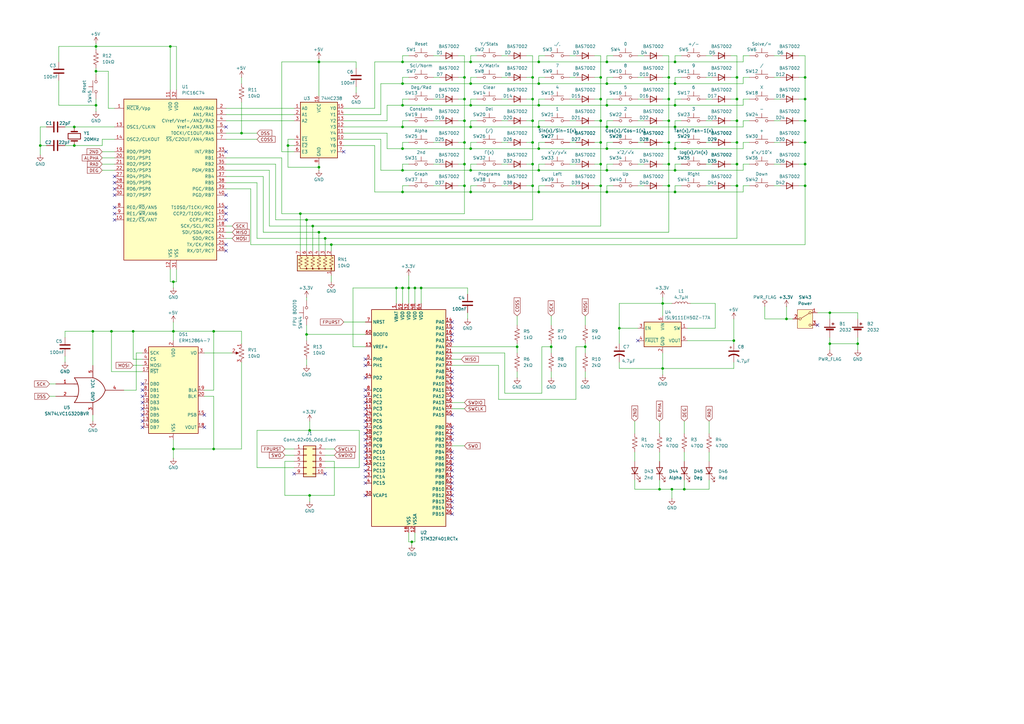
<source format=kicad_sch>
(kicad_sch (version 20250114) (generator "eeschema") (generator_version "9.0")
  (paper "A3")
  (title_block (title "PICalculator") (date "2025-03-05") (rev "1.1"))
  (junction (at 246.38 49.53))
  (junction (at 274.32 31.75))
  (junction (at 220.98 43.18))
  (junction (at 248.92 43.18))
  (junction (at 193.04 25.4))
  (junction (at 240.03 142.24))
  (junction (at 254 134.62))
  (junction (at 248.92 25.4))
  (junction (at 118.11 59.69))
  (junction (at 193.04 52.07))
  (junction (at 275.59 200.66))
  (junction (at 39.37 43.18))
  (junction (at 246.38 40.64))
  (junction (at 302.26 49.53))
  (junction (at 162.56 118.11))
  (junction (at 340.36 140.97))
  (junction (at 130.81 25.4))
  (junction (at 130.81 68.58))
  (junction (at 190.5 31.75))
  (junction (at 87.63 135.89))
  (junction (at 220.98 69.85))
  (junction (at 190.5 58.42))
  (junction (at 302.26 67.31))
  (junction (at 276.86 69.85))
  (junction (at 274.32 58.42))
  (junction (at 300.99 139.7))
  (junction (at 276.86 43.18))
  (junction (at 246.38 76.2))
  (junction (at 193.04 78.74))
  (junction (at 271.78 124.46))
  (junction (at 123.19 87.63))
  (junction (at 302.26 58.42))
  (junction (at 218.44 49.53))
  (junction (at 220.98 78.74))
  (junction (at 220.98 25.4))
  (junction (at 322.58 130.81))
  (junction (at 276.86 78.74))
  (junction (at 220.98 60.96))
  (junction (at 212.09 142.24))
  (junction (at 330.2 67.31))
  (junction (at 71.12 135.89))
  (junction (at 276.86 25.4))
  (junction (at 193.04 69.85))
  (junction (at 99.06 54.61))
  (junction (at 16.51 59.69))
  (junction (at 133.35 97.79))
  (junction (at 165.1 43.18))
  (junction (at 168.91 222.25))
  (junction (at 190.5 67.31))
  (junction (at 39.37 19.05))
  (junction (at 125.73 137.16))
  (junction (at 165.1 78.74))
  (junction (at 135.89 100.33))
  (junction (at 302.26 31.75))
  (junction (at 190.5 40.64))
  (junction (at 274.32 40.64))
  (junction (at 280.67 200.66))
  (junction (at 165.1 52.07))
  (junction (at 218.44 31.75))
  (junction (at 165.1 60.96))
  (junction (at 220.98 34.29))
  (junction (at 226.06 142.24))
  (junction (at 87.63 184.15))
  (junction (at 127 203.2))
  (junction (at 330.2 58.42))
  (junction (at 270.51 200.66))
  (junction (at 71.12 184.15))
  (junction (at 248.92 34.29))
  (junction (at 218.44 76.2))
  (junction (at 165.1 25.4))
  (junction (at 128.27 92.71))
  (junction (at 193.04 43.18))
  (junction (at 167.64 118.11))
  (junction (at 30.48 52.07))
  (junction (at 45.72 135.89))
  (junction (at 165.1 118.11))
  (junction (at 330.2 76.2))
  (junction (at 54.61 135.89))
  (junction (at 130.81 95.25))
  (junction (at 165.1 34.29))
  (junction (at 193.04 60.96))
  (junction (at 276.86 52.07))
  (junction (at 248.92 78.74))
  (junction (at 127 176.53))
  (junction (at 193.04 34.29))
  (junction (at 190.5 76.2))
  (junction (at 274.32 49.53))
  (junction (at 248.92 69.85))
  (junction (at 276.86 60.96))
  (junction (at 170.18 118.11))
  (junction (at 276.86 34.29))
  (junction (at 274.32 76.2))
  (junction (at 246.38 67.31))
  (junction (at 218.44 58.42))
  (junction (at 172.72 118.11))
  (junction (at 218.44 67.31))
  (junction (at 30.48 59.69))
  (junction (at 220.98 52.07))
  (junction (at 246.38 58.42))
  (junction (at 340.36 128.27))
  (junction (at 302.26 76.2))
  (junction (at 246.38 31.75))
  (junction (at 190.5 49.53))
  (junction (at 71.12 115.57))
  (junction (at 248.92 52.07))
  (junction (at 351.79 140.97))
  (junction (at 125.73 90.17))
  (junction (at 165.1 69.85))
  (junction (at 218.44 40.64))
  (junction (at 302.26 40.64))
  (junction (at 271.78 151.13))
  (junction (at 274.32 67.31))
  (junction (at 248.92 60.96))
  (junction (at 330.2 31.75))
  (junction (at 330.2 40.64))
  (junction (at 69.85 19.05))
  (junction (at 330.2 49.53))
  (junction (at 39.37 29.21))
  (junction (at 38.1 135.89))
  (no_connect (at 83.82 175.26))
  (no_connect (at 149.86 160.02))
  (no_connect (at 185.42 162.56))
  (no_connect (at 58.42 170.18))
  (no_connect (at 58.42 172.72))
  (no_connect (at 46.99 85.09))
  (no_connect (at 185.42 208.28))
  (no_connect (at 149.86 198.12))
  (no_connect (at 335.28 133.35))
  (no_connect (at 149.86 177.8))
  (no_connect (at 92.71 87.63))
  (no_connect (at 46.99 72.39))
  (no_connect (at 185.42 203.2))
  (no_connect (at 185.42 210.82))
  (no_connect (at 92.71 100.33))
  (no_connect (at 149.86 193.04))
  (no_connect (at 46.99 74.93))
  (no_connect (at 185.42 134.62))
  (no_connect (at 58.42 175.26))
  (no_connect (at 149.86 203.2))
  (no_connect (at 58.42 162.56))
  (no_connect (at 133.35 194.31))
  (no_connect (at 46.99 87.63))
  (no_connect (at 185.42 154.94))
  (no_connect (at 185.42 175.26))
  (no_connect (at 46.99 77.47))
  (no_connect (at 58.42 157.48))
  (no_connect (at 185.42 200.66))
  (no_connect (at 149.86 170.18))
  (no_connect (at 185.42 193.04))
  (no_connect (at 185.42 205.74))
  (no_connect (at 58.42 167.64))
  (no_connect (at 58.42 160.02))
  (no_connect (at 140.97 62.23))
  (no_connect (at 149.86 154.94))
  (no_connect (at 261.62 139.7))
  (no_connect (at 185.42 187.96))
  (no_connect (at 92.71 62.23))
  (no_connect (at 185.42 160.02))
  (no_connect (at 92.71 102.87))
  (no_connect (at 185.42 185.42))
  (no_connect (at 185.42 198.12))
  (no_connect (at 58.42 165.1))
  (no_connect (at 46.99 80.01))
  (no_connect (at 92.71 85.09))
  (no_connect (at 149.86 149.86))
  (no_connect (at 185.42 170.18))
  (no_connect (at 120.65 194.31))
  (no_connect (at 149.86 195.58))
  (no_connect (at 92.71 52.07))
  (no_connect (at 185.42 132.08))
  (no_connect (at 149.86 190.5))
  (no_connect (at 185.42 177.8))
  (no_connect (at 149.86 180.34))
  (no_connect (at 185.42 137.16))
  (no_connect (at 149.86 175.26))
  (no_connect (at 149.86 167.64))
  (no_connect (at 185.42 157.48))
  (no_connect (at 185.42 139.7))
  (no_connect (at 92.71 90.17))
  (no_connect (at 149.86 147.32))
  (no_connect (at 149.86 162.56))
  (no_connect (at 185.42 152.4))
  (no_connect (at 149.86 187.96))
  (no_connect (at 149.86 165.1))
  (no_connect (at 185.42 190.5))
  (no_connect (at 83.82 170.18))
  (no_connect (at 185.42 180.34))
  (no_connect (at 149.86 185.42))
  (no_connect (at 46.99 90.17))
  (no_connect (at 92.71 80.01))
  (no_connect (at 185.42 195.58))
  (no_connect (at 149.86 182.88))
  (no_connect (at 149.86 172.72))
  (wire (pts (xy 289.56 40.64) (xy 292.1 40.64)))
  (wire (pts (xy 168.91 222.25) (xy 170.18 222.25)))
  (wire (pts (xy 300.99 151.13) (xy 300.99 148.59)))
  (wire (pts (xy 71.12 184.15) (xy 71.12 180.34)))
  (wire (pts (xy 233.68 58.42) (xy 236.22 58.42)))
  (wire (pts (xy 299.72 58.42) (xy 302.26 58.42)))
  (wire (pts (xy 162.56 118.11) (xy 165.1 118.11)))
  (wire (pts (xy 276.86 40.64) (xy 276.86 43.18)))
  (wire (pts (xy 54.61 135.89) (xy 71.12 135.89)))
  (wire (pts (xy 99.06 41.91) (xy 99.06 54.61)))
  (wire (pts (xy 167.64 118.11) (xy 167.64 124.46)))
  (wire (pts (xy 243.84 22.86) (xy 246.38 22.86)))
  (wire (pts (xy 220.98 78.74) (xy 248.92 78.74)))
  (wire (pts (xy 271.78 40.64) (xy 274.32 40.64)))
  (wire (pts (xy 44.45 44.45) (xy 46.99 44.45)))
  (wire (pts (xy 243.84 49.53) (xy 246.38 49.53)))
  (wire (pts (xy 58.42 152.4) (xy 45.72 152.4)))
  (wire (pts (xy 69.85 19.05) (xy 72.39 19.05)))
  (wire (pts (xy 41.91 64.77) (xy 46.99 64.77)))
  (wire (pts (xy 299.72 49.53) (xy 302.26 49.53)))
  (wire (pts (xy 276.86 25.4) (xy 304.8 25.4)))
  (wire (pts (xy 275.59 124.46) (xy 271.78 124.46)))
  (wire (pts (xy 110.49 69.85) (xy 92.71 69.85)))
  (wire (pts (xy 105.41 191.77) (xy 105.41 176.53)))
  (wire (pts (xy 115.57 64.77) (xy 115.57 87.63)))
  (wire (pts (xy 167.64 31.75) (xy 165.1 31.75)))
  (wire (pts (xy 137.16 203.2) (xy 127 203.2)))
  (wire (pts (xy 251.46 76.2) (xy 248.92 76.2)))
  (wire (pts (xy 54.61 149.86) (xy 58.42 149.86)))
  (wire (pts (xy 87.63 184.15) (xy 87.63 162.56)))
  (wire (pts (xy 26.67 135.89) (xy 38.1 135.89)))
  (wire (pts (xy 289.56 31.75) (xy 292.1 31.75)))
  (wire (pts (xy 107.95 95.25) (xy 130.81 95.25)))
  (wire (pts (xy 102.87 77.47) (xy 92.71 77.47)))
  (wire (pts (xy 276.86 78.74) (xy 304.8 78.74)))
  (wire (pts (xy 222.25 161.29) (xy 222.25 142.24)))
  (wire (pts (xy 44.45 29.21) (xy 44.45 44.45)))
  (wire (pts (xy 167.64 76.2) (xy 165.1 76.2)))
  (wire (pts (xy 226.06 152.4) (xy 226.06 154.94)))
  (wire (pts (xy 71.12 115.57) (xy 72.39 115.57)))
  (wire (pts (xy 274.32 49.53) (xy 274.32 58.42)))
  (wire (pts (xy 24.13 19.05) (xy 24.13 25.4)))
  (wire (pts (xy 302.26 49.53) (xy 302.26 58.42)))
  (wire (pts (xy 293.37 134.62) (xy 293.37 124.46)))
  (wire (pts (xy 340.36 140.97) (xy 351.79 140.97)))
  (wire (pts (xy 240.03 129.54) (xy 240.03 133.35)))
  (wire (pts (xy 299.72 67.31) (xy 302.26 67.31)))
  (wire (pts (xy 313.69 130.81) (xy 322.58 130.81)))
  (wire (pts (xy 71.12 115.57) (xy 71.12 118.11)))
  (wire (pts (xy 212.09 140.97) (xy 212.09 142.24)))
  (wire (pts (xy 289.56 49.53) (xy 292.1 49.53)))
  (wire (pts (xy 351.79 138.43) (xy 351.79 140.97)))
  (wire (pts (xy 195.58 67.31) (xy 193.04 67.31)))
  (wire (pts (xy 330.2 100.33) (xy 135.89 100.33)))
  (wire (pts (xy 248.92 76.2) (xy 248.92 78.74)))
  (wire (pts (xy 193.04 69.85) (xy 220.98 69.85)))
  (wire (pts (xy 304.8 40.64) (xy 304.8 43.18)))
  (wire (pts (xy 87.63 184.15) (xy 71.12 184.15)))
  (wire (pts (xy 190.5 67.31) (xy 190.5 76.2)))
  (wire (pts (xy 274.32 22.86) (xy 274.32 31.75)))
  (wire (pts (xy 120.65 191.77) (xy 105.41 191.77)))
  (wire (pts (xy 271.78 151.13) (xy 300.99 151.13)))
  (wire (pts (xy 193.04 31.75) (xy 193.04 34.29)))
  (wire (pts (xy 193.04 43.18) (xy 220.98 43.18)))
  (wire (pts (xy 177.8 67.31) (xy 180.34 67.31)))
  (wire (pts (xy 226.06 140.97) (xy 226.06 142.24)))
  (wire (pts (xy 243.84 76.2) (xy 246.38 76.2)))
  (wire (pts (xy 87.63 135.89) (xy 87.63 160.02)))
  (wire (pts (xy 248.92 25.4) (xy 276.86 25.4)))
  (wire (pts (xy 195.58 22.86) (xy 193.04 22.86)))
  (wire (pts (xy 279.4 49.53) (xy 276.86 49.53)))
  (wire (pts (xy 123.19 87.63) (xy 190.5 87.63)))
  (wire (pts (xy 215.9 58.42) (xy 218.44 58.42)))
  (wire (pts (xy 133.35 189.23) (xy 137.16 189.23)))
  (wire (pts (xy 251.46 22.86) (xy 248.92 22.86)))
  (wire (pts (xy 251.46 67.31) (xy 248.92 67.31)))
  (wire (pts (xy 240.03 152.4) (xy 240.03 154.94)))
  (wire (pts (xy 307.34 67.31) (xy 304.8 67.31)))
  (wire (pts (xy 118.11 68.58) (xy 130.81 68.58)))
  (wire (pts (xy 248.92 22.86) (xy 248.92 25.4)))
  (wire (pts (xy 116.84 203.2) (xy 116.84 189.23)))
  (wire (pts (xy 165.1 40.64) (xy 165.1 43.18)))
  (wire (pts (xy 218.44 67.31) (xy 218.44 76.2)))
  (wire (pts (xy 193.04 52.07) (xy 220.98 52.07)))
  (wire (pts (xy 177.8 31.75) (xy 180.34 31.75)))
  (wire (pts (xy 195.58 31.75) (xy 193.04 31.75)))
  (wire (pts (xy 307.34 76.2) (xy 304.8 76.2)))
  (wire (pts (xy 271.78 58.42) (xy 274.32 58.42)))
  (wire (pts (xy 105.41 176.53) (xy 127 176.53)))
  (wire (pts (xy 223.52 76.2) (xy 220.98 76.2)))
  (wire (pts (xy 261.62 31.75) (xy 264.16 31.75)))
  (wire (pts (xy 289.56 22.86) (xy 292.1 22.86)))
  (wire (pts (xy 254 134.62) (xy 254 124.46)))
  (wire (pts (xy 71.12 132.08) (xy 71.12 135.89)))
  (wire (pts (xy 218.44 58.42) (xy 218.44 67.31)))
  (wire (pts (xy 275.59 200.66) (xy 280.67 200.66)))
  (wire (pts (xy 187.96 76.2) (xy 190.5 76.2)))
  (wire (pts (xy 69.85 19.05) (xy 69.85 36.83)))
  (wire (pts (xy 55.88 144.78) (xy 58.42 144.78)))
  (wire (pts (xy 165.1 52.07) (xy 193.04 52.07)))
  (wire (pts (xy 165.1 43.18) (xy 193.04 43.18)))
  (wire (pts (xy 271.78 22.86) (xy 274.32 22.86)))
  (wire (pts (xy 165.1 25.4) (xy 193.04 25.4)))
  (wire (pts (xy 69.85 115.57) (xy 71.12 115.57)))
  (wire (pts (xy 302.26 40.64) (xy 302.26 49.53)))
  (wire (pts (xy 105.41 97.79) (xy 133.35 97.79)))
  (wire (pts (xy 261.62 76.2) (xy 264.16 76.2)))
  (wire (pts (xy 274.32 58.42) (xy 274.32 67.31)))
  (wire (pts (xy 125.73 123.19) (xy 125.73 121.92)))
  (wire (pts (xy 26.67 146.05) (xy 26.67 148.59)))
  (wire (pts (xy 125.73 90.17) (xy 113.03 90.17)))
  (wire (pts (xy 302.26 76.2) (xy 302.26 97.79)))
  (wire (pts (xy 41.91 69.85) (xy 46.99 69.85)))
  (wire (pts (xy 113.03 67.31) (xy 92.71 67.31)))
  (wire (pts (xy 83.82 160.02) (xy 87.63 160.02)))
  (wire (pts (xy 218.44 76.2) (xy 218.44 90.17)))
  (wire (pts (xy 167.64 222.25) (xy 168.91 222.25)))
  (wire (pts (xy 276.86 49.53) (xy 276.86 52.07)))
  (wire (pts (xy 205.74 58.42) (xy 208.28 58.42)))
  (wire (pts (xy 340.36 128.27) (xy 340.36 130.81)))
  (wire (pts (xy 299.72 40.64) (xy 302.26 40.64)))
  (wire (pts (xy 251.46 49.53) (xy 248.92 49.53)))
  (wire (pts (xy 99.06 31.75) (xy 99.06 34.29)))
  (wire (pts (xy 125.73 90.17) (xy 125.73 102.87)))
  (wire (pts (xy 325.12 130.81) (xy 322.58 130.81)))
  (wire (pts (xy 128.27 92.71) (xy 110.49 92.71)))
  (wire (pts (xy 38.1 135.89) (xy 38.1 149.86)))
  (wire (pts (xy 193.04 58.42) (xy 193.04 60.96)))
  (wire (pts (xy 99.06 140.97) (xy 99.06 135.89)))
  (wire (pts (xy 158.75 49.53) (xy 158.75 43.18)))
  (wire (pts (xy 102.87 100.33) (xy 102.87 77.47)))
  (wire (pts (xy 193.04 34.29) (xy 220.98 34.29)))
  (wire (pts (xy 274.32 40.64) (xy 274.32 49.53)))
  (wire (pts (xy 69.85 110.49) (xy 69.85 115.57)))
  (wire (pts (xy 220.98 34.29) (xy 248.92 34.29)))
  (wire (pts (xy 218.44 40.64) (xy 218.44 49.53)))
  (wire (pts (xy 261.62 58.42) (xy 264.16 58.42)))
  (wire (pts (xy 153.67 25.4) (xy 153.67 44.45)))
  (wire (pts (xy 220.98 40.64) (xy 220.98 43.18)))
  (wire (pts (xy 248.92 40.64) (xy 248.92 43.18)))
  (wire (pts (xy 99.06 54.61) (xy 105.41 54.61)))
  (wire (pts (xy 248.92 78.74) (xy 276.86 78.74)))
  (wire (pts (xy 172.72 118.11) (xy 172.72 124.46)))
  (wire (pts (xy 233.68 67.31) (xy 236.22 67.31)))
  (wire (pts (xy 246.38 67.31) (xy 246.38 76.2)))
  (wire (pts (xy 207.01 161.29) (xy 222.25 161.29)))
  (wire (pts (xy 212.09 152.4) (xy 212.09 154.94)))
  (wire (pts (xy 233.68 76.2) (xy 236.22 76.2)))
  (wire (pts (xy 125.73 147.32) (xy 125.73 149.86)))
  (wire (pts (xy 16.51 59.69) (xy 19.05 59.69)))
  (wire (pts (xy 220.98 25.4) (xy 248.92 25.4)))
  (wire (pts (xy 195.58 76.2) (xy 193.04 76.2)))
  (wire (pts (xy 317.5 67.31) (xy 320.04 67.31)))
  (wire (pts (xy 158.75 54.61) (xy 158.75 60.96)))
  (wire (pts (xy 204.47 149.86) (xy 204.47 163.83)))
  (wire (pts (xy 190.5 49.53) (xy 190.5 58.42)))
  (wire (pts (xy 187.96 49.53) (xy 190.5 49.53)))
  (wire (pts (xy 261.62 49.53) (xy 264.16 49.53)))
  (wire (pts (xy 271.78 151.13) (xy 271.78 153.67)))
  (wire (pts (xy 118.11 59.69) (xy 120.65 59.69)))
  (wire (pts (xy 72.39 19.05) (xy 72.39 36.83)))
  (wire (pts (xy 271.78 144.78) (xy 271.78 151.13)))
  (wire (pts (xy 207.01 144.78) (xy 207.01 161.29)))
  (wire (pts (xy 165.1 49.53) (xy 165.1 52.07)))
  (wire (pts (xy 351.79 140.97) (xy 351.79 143.51)))
  (wire (pts (xy 279.4 22.86) (xy 276.86 22.86)))
  (wire (pts (xy 130.81 68.58) (xy 130.81 69.85)))
  (wire (pts (xy 276.86 76.2) (xy 276.86 78.74)))
  (wire (pts (xy 140.97 59.69) (xy 153.67 59.69)))
  (wire (pts (xy 165.1 118.11) (xy 165.1 124.46)))
  (wire (pts (xy 118.11 59.69) (xy 118.11 68.58)))
  (wire (pts (xy 327.66 31.75) (xy 330.2 31.75)))
  (wire (pts (xy 261.62 22.86) (xy 264.16 22.86)))
  (wire (pts (xy 220.98 76.2) (xy 220.98 78.74)))
  (wire (pts (xy 330.2 22.86) (xy 330.2 31.75)))
  (wire (pts (xy 246.38 76.2) (xy 246.38 92.71)))
  (wire (pts (xy 167.64 67.31) (xy 165.1 67.31)))
  (wire (pts (xy 71.12 135.89) (xy 87.63 135.89)))
  (wire (pts (xy 177.8 58.42) (xy 180.34 58.42)))
  (wire (pts (xy 215.9 31.75) (xy 218.44 31.75)))
  (wire (pts (xy 193.04 25.4) (xy 220.98 25.4)))
  (wire (pts (xy 168.91 222.25) (xy 168.91 223.52)))
  (wire (pts (xy 243.84 31.75) (xy 246.38 31.75)))
  (wire (pts (xy 218.44 31.75) (xy 218.44 40.64)))
  (wire (pts (xy 187.96 31.75) (xy 190.5 31.75)))
  (wire (pts (xy 302.26 22.86) (xy 302.26 31.75)))
  (wire (pts (xy 193.04 78.74) (xy 220.98 78.74)))
  (wire (pts (xy 304.8 58.42) (xy 304.8 60.96)))
  (wire (pts (xy 304.8 49.53) (xy 304.8 52.07)))
  (wire (pts (xy 193.04 49.53) (xy 193.04 52.07)))
  (wire (pts (xy 220.98 69.85) (xy 248.92 69.85)))
  (wire (pts (xy 327.66 76.2) (xy 330.2 76.2)))
  (wire (pts (xy 165.1 22.86) (xy 165.1 25.4)))
  (wire (pts (xy 222.25 142.24) (xy 226.06 142.24)))
  (wire (pts (xy 149.86 142.24) (xy 144.78 142.24)))
  (wire (pts (xy 118.11 57.15) (xy 118.11 59.69)))
  (wire (pts (xy 205.74 22.86) (xy 208.28 22.86)))
  (wire (pts (xy 99.06 184.15) (xy 99.06 148.59)))
  (wire (pts (xy 223.52 22.86) (xy 220.98 22.86)))
  (wire (pts (xy 71.12 135.89) (xy 71.12 139.7)))
  (wire (pts (xy 220.98 58.42) (xy 220.98 60.96)))
  (wire (pts (xy 123.19 87.63) (xy 123.19 102.87)))
  (wire (pts (xy 275.59 200.66) (xy 275.59 204.47)))
  (wire (pts (xy 307.34 49.53) (xy 304.8 49.53)))
  (wire (pts (xy 299.72 76.2) (xy 302.26 76.2)))
  (wire (pts (xy 133.35 186.69) (xy 137.16 186.69)))
  (wire (pts (xy 246.38 40.64) (xy 246.38 49.53)))
  (wire (pts (xy 26.67 59.69) (xy 30.48 59.69)))
  (wire (pts (xy 167.64 49.53) (xy 165.1 49.53)))
  (wire (pts (xy 289.56 58.42) (xy 292.1 58.42)))
  (wire (pts (xy 330.2 67.31) (xy 330.2 76.2)))
  (wire (pts (xy 177.8 40.64) (xy 180.34 40.64)))
  (wire (pts (xy 317.5 76.2) (xy 320.04 76.2)))
  (wire (pts (xy 185.42 182.88) (xy 190.5 182.88)))
  (wire (pts (xy 261.62 40.64) (xy 264.16 40.64)))
  (wire (pts (xy 170.18 118.11) (xy 170.18 124.46)))
  (wire (pts (xy 158.75 60.96) (xy 165.1 60.96)))
  (wire (pts (xy 170.18 118.11) (xy 172.72 118.11)))
  (wire (pts (xy 218.44 22.86) (xy 218.44 31.75)))
  (wire (pts (xy 226.06 142.24) (xy 226.06 144.78)))
  (wire (pts (xy 147.32 176.53) (xy 147.32 191.77)))
  (wire (pts (xy 165.1 60.96) (xy 193.04 60.96)))
  (wire (pts (xy 248.92 60.96) (xy 276.86 60.96)))
  (wire (pts (xy 146.05 35.56) (xy 146.05 38.1)))
  (wire (pts (xy 233.68 31.75) (xy 236.22 31.75)))
  (wire (pts (xy 195.58 49.53) (xy 193.04 49.53)))
  (wire (pts (xy 54.61 135.89) (xy 54.61 147.32)))
  (wire (pts (xy 41.91 59.69) (xy 30.48 59.69)))
  (wire (pts (xy 218.44 90.17) (xy 125.73 90.17)))
  (wire (pts (xy 39.37 40.64) (xy 39.37 43.18)))
  (wire (pts (xy 317.5 40.64) (xy 320.04 40.64)))
  (wire (pts (xy 16.51 52.07) (xy 16.51 59.69)))
  (wire (pts (xy 317.5 58.42) (xy 320.04 58.42)))
  (wire (pts (xy 279.4 76.2) (xy 276.86 76.2)))
  (wire (pts (xy 83.82 162.56) (xy 87.63 162.56)))
  (wire (pts (xy 251.46 58.42) (xy 248.92 58.42)))
  (wire (pts (xy 130.81 25.4) (xy 146.05 25.4)))
  (wire (pts (xy 170.18 222.25) (xy 170.18 218.44)))
  (wire (pts (xy 140.97 57.15) (xy 156.21 57.15)))
  (wire (pts (xy 236.22 142.24) (xy 240.03 142.24)))
  (wire (pts (xy 185.42 167.64) (xy 190.5 167.64)))
  (wire (pts (xy 276.86 31.75) (xy 276.86 34.29)))
  (wire (pts (xy 191.77 120.65) (xy 191.77 118.11)))
  (wire (pts (xy 276.86 34.29) (xy 304.8 34.29)))
  (wire (pts (xy 223.52 58.42) (xy 220.98 58.42)))
  (wire (pts (xy 271.78 124.46) (xy 271.78 129.54)))
  (wire (pts (xy 165.1 58.42) (xy 165.1 60.96)))
  (wire (pts (xy 276.86 58.42) (xy 276.86 60.96)))
  (wire (pts (xy 299.72 22.86) (xy 302.26 22.86)))
  (wire (pts (xy 254 124.46) (xy 271.78 124.46)))
  (wire (pts (xy 220.98 22.86) (xy 220.98 25.4)))
  (wire (pts (xy 220.98 31.75) (xy 220.98 34.29)))
  (wire (pts (xy 165.1 67.31) (xy 165.1 69.85)))
  (wire (pts (xy 46.99 57.15) (xy 41.91 57.15)))
  (wire (pts (xy 92.71 97.79) (xy 95.25 97.79)))
  (wire (pts (xy 212.09 129.54) (xy 212.09 133.35)))
  (wire (pts (xy 302.26 58.42) (xy 302.26 67.31)))
  (wire (pts (xy 115.57 62.23) (xy 115.57 25.4)))
  (wire (pts (xy 270.51 200.66) (xy 275.59 200.66)))
  (wire (pts (xy 280.67 196.85) (xy 280.67 200.66)))
  (wire (pts (xy 185.42 149.86) (xy 204.47 149.86)))
  (wire (pts (xy 107.95 72.39) (xy 107.95 95.25)))
  (wire (pts (xy 185.42 144.78) (xy 207.01 144.78)))
  (wire (pts (xy 317.5 49.53) (xy 320.04 49.53)))
  (wire (pts (xy 156.21 34.29) (xy 165.1 34.29)))
  (wire (pts (xy 233.68 40.64) (xy 236.22 40.64)))
  (wire (pts (xy 105.41 74.93) (xy 105.41 97.79)))
  (wire (pts (xy 172.72 118.11) (xy 191.77 118.11)))
  (wire (pts (xy 271.78 49.53) (xy 274.32 49.53)))
  (wire (pts (xy 260.35 185.42) (xy 260.35 189.23)))
  (wire (pts (xy 54.61 147.32) (xy 58.42 147.32)))
  (wire (pts (xy 193.04 22.86) (xy 193.04 25.4)))
  (wire (pts (xy 125.73 139.7) (xy 125.73 137.16)))
  (wire (pts (xy 50.8 160.02) (xy 55.88 160.02)))
  (wire (pts (xy 248.92 31.75) (xy 248.92 34.29)))
  (wire (pts (xy 130.81 25.4) (xy 130.81 24.13)))
  (wire (pts (xy 261.62 67.31) (xy 264.16 67.31)))
  (wire (pts (xy 248.92 69.85) (xy 276.86 69.85)))
  (wire (pts (xy 87.63 135.89) (xy 99.06 135.89)))
  (wire (pts (xy 220.98 43.18) (xy 248.92 43.18)))
  (wire (pts (xy 271.78 31.75) (xy 274.32 31.75)))
  (wire (pts (xy 191.77 128.27) (xy 191.77 130.81)))
  (wire (pts (xy 92.71 46.99) (xy 120.65 46.99)))
  (wire (pts (xy 190.5 40.64) (xy 190.5 49.53)))
  (wire (pts (xy 271.78 76.2) (xy 274.32 76.2)))
  (wire (pts (xy 274.32 67.31) (xy 274.32 76.2)))
  (wire (pts (xy 127 203.2) (xy 116.84 203.2)))
  (wire (pts (xy 205.74 31.75) (xy 208.28 31.75)))
  (wire (pts (xy 243.84 40.64) (xy 246.38 40.64)))
  (wire (pts (xy 304.8 67.31) (xy 304.8 69.85)))
  (wire (pts (xy 236.22 163.83) (xy 236.22 142.24)))
  (wire (pts (xy 254 134.62) (xy 254 140.97)))
  (wire (pts (xy 144.78 142.24) (xy 144.78 118.11)))
  (wire (pts (xy 215.9 49.53) (xy 218.44 49.53)))
  (wire (pts (xy 205.74 40.64) (xy 208.28 40.64)))
  (wire (pts (xy 205.74 67.31) (xy 208.28 67.31)))
  (wire (pts (xy 293.37 124.46) (xy 283.21 124.46)))
  (wire (pts (xy 276.86 52.07) (xy 304.8 52.07)))
  (wire (pts (xy 128.27 92.71) (xy 128.27 102.87)))
  (wire (pts (xy 120.65 57.15) (xy 118.11 57.15)))
  (wire (pts (xy 137.16 189.23) (xy 137.16 203.2)))
  (wire (pts (xy 215.9 22.86) (xy 218.44 22.86)))
  (wire (pts (xy 279.4 40.64) (xy 276.86 40.64)))
  (wire (pts (xy 127 172.72) (xy 127 176.53)))
  (wire (pts (xy 92.71 64.77) (xy 115.57 64.77)))
  (wire (pts (xy 167.64 113.03) (xy 167.64 118.11)))
  (wire (pts (xy 327.66 40.64) (xy 330.2 40.64)))
  (wire (pts (xy 243.84 67.31) (xy 246.38 67.31)))
  (wire (pts (xy 130.81 95.25) (xy 130.81 102.87)))
  (wire (pts (xy 20.32 162.56) (xy 22.86 162.56)))
  (wire (pts (xy 72.39 115.57) (xy 72.39 110.49)))
  (wire (pts (xy 140.97 49.53) (xy 158.75 49.53)))
  (wire (pts (xy 215.9 76.2) (xy 218.44 76.2)))
  (wire (pts (xy 248.92 58.42) (xy 248.92 60.96)))
  (wire (pts (xy 290.83 172.72) (xy 290.83 177.8)))
  (wire (pts (xy 270.51 196.85) (xy 270.51 200.66)))
  (wire (pts (xy 177.8 22.86) (xy 180.34 22.86)))
  (wire (pts (xy 127 176.53) (xy 147.32 176.53)))
  (wire (pts (xy 158.75 43.18) (xy 165.1 43.18)))
  (wire (pts (xy 45.72 152.4) (xy 45.72 135.89)))
  (wire (pts (xy 19.05 52.07) (xy 16.51 52.07)))
  (wire (pts (xy 115.57 87.63) (xy 123.19 87.63)))
  (wire (pts (xy 281.94 139.7) (xy 300.99 139.7)))
  (wire (pts (xy 185.42 147.32) (xy 189.23 147.32)))
  (wire (pts (xy 304.8 31.75) (xy 304.8 34.29)))
  (wire (pts (xy 276.86 22.86) (xy 276.86 25.4)))
  (wire (pts (xy 260.35 172.72) (xy 260.35 177.8)))
  (wire (pts (xy 39.37 29.21) (xy 44.45 29.21)))
  (wire (pts (xy 302.26 31.75) (xy 302.26 40.64)))
  (wire (pts (xy 162.56 124.46) (xy 162.56 118.11)))
  (wire (pts (xy 127 203.2) (xy 127 205.74)))
  (wire (pts (xy 246.38 22.86) (xy 246.38 31.75)))
  (wire (pts (xy 327.66 49.53) (xy 330.2 49.53)))
  (wire (pts (xy 340.36 128.27) (xy 351.79 128.27)))
  (wire (pts (xy 276.86 69.85) (xy 304.8 69.85)))
  (wire (pts (xy 248.92 43.18) (xy 276.86 43.18)))
  (wire (pts (xy 279.4 58.42) (xy 276.86 58.42)))
  (wire (pts (xy 280.67 200.66) (xy 290.83 200.66)))
  (wire (pts (xy 279.4 31.75) (xy 276.86 31.75)))
  (wire (pts (xy 39.37 29.21) (xy 39.37 30.48)))
  (wire (pts (xy 41.91 67.31) (xy 46.99 67.31)))
  (wire (pts (xy 205.74 49.53) (xy 208.28 49.53)))
  (wire (pts (xy 223.52 31.75) (xy 220.98 31.75)))
  (wire (pts (xy 260.35 196.85) (xy 260.35 200.66)))
  (wire (pts (xy 133.35 97.79) (xy 302.26 97.79)))
  (wire (pts (xy 248.92 49.53) (xy 248.92 52.07)))
  (wire (pts (xy 340.36 140.97) (xy 340.36 143.51)))
  (wire (pts (xy 274.32 31.75) (xy 274.32 40.64)))
  (wire (pts (xy 156.21 57.15) (xy 156.21 69.85)))
  (wire (pts (xy 116.84 186.69) (xy 120.65 186.69)))
  (wire (pts (xy 220.98 60.96) (xy 248.92 60.96)))
  (wire (pts (xy 248.92 52.07) (xy 276.86 52.07)))
  (wire (pts (xy 260.35 200.66) (xy 270.51 200.66)))
  (wire (pts (xy 156.21 69.85) (xy 165.1 69.85)))
  (wire (pts (xy 279.4 67.31) (xy 276.86 67.31)))
  (wire (pts (xy 92.71 74.93) (xy 105.41 74.93)))
  (wire (pts (xy 289.56 67.31) (xy 292.1 67.31)))
  (wire (pts (xy 113.03 90.17) (xy 113.03 67.31)))
  (wire (pts (xy 317.5 31.75) (xy 320.04 31.75)))
  (wire (pts (xy 190.5 58.42) (xy 190.5 67.31)))
  (wire (pts (xy 165.1 118.11) (xy 167.64 118.11)))
  (wire (pts (xy 187.96 67.31) (xy 190.5 67.31)))
  (wire (pts (xy 130.81 67.31) (xy 130.81 68.58)))
  (wire (pts (xy 330.2 49.53) (xy 330.2 58.42)))
  (wire (pts (xy 307.34 22.86) (xy 304.8 22.86)))
  (wire (pts (xy 313.69 125.73) (xy 313.69 130.81)))
  (wire (pts (xy 153.67 78.74) (xy 165.1 78.74)))
  (wire (pts (xy 215.9 67.31) (xy 218.44 67.31)))
  (wire (pts (xy 147.32 191.77) (xy 133.35 191.77)))
  (wire (pts (xy 135.89 100.33) (xy 102.87 100.33)))
  (wire (pts (xy 193.04 76.2) (xy 193.04 78.74)))
  (wire (pts (xy 220.98 49.53) (xy 220.98 52.07)))
  (wire (pts (xy 327.66 22.86) (xy 330.2 22.86)))
  (wire (pts (xy 195.58 40.64) (xy 193.04 40.64)))
  (wire (pts (xy 39.37 43.18) (xy 39.37 45.72)))
  (wire (pts (xy 254 148.59) (xy 254 151.13)))
  (wire (pts (xy 307.34 31.75) (xy 304.8 31.75)))
  (wire (pts (xy 140.97 54.61) (xy 158.75 54.61)))
  (wire (pts (xy 190.5 22.86) (xy 190.5 31.75)))
  (wire (pts (xy 39.37 19.05) (xy 69.85 19.05)))
  (wire (pts (xy 45.72 135.89) (xy 54.61 135.89)))
  (wire (pts (xy 185.42 142.24) (xy 212.09 142.24)))
  (wire (pts (xy 246.38 49.53) (xy 246.38 58.42)))
  (wire (pts (xy 243.84 58.42) (xy 246.38 58.42)))
  (wire (pts (xy 92.71 49.53) (xy 120.65 49.53)))
  (wire (pts (xy 300.99 130.81) (xy 300.99 139.7)))
  (wire (pts (xy 167.64 58.42) (xy 165.1 58.42)))
  (wire (pts (xy 220.98 67.31) (xy 220.98 69.85)))
  (wire (pts (xy 125.73 137.16) (xy 149.86 137.16)))
  (wire (pts (xy 87.63 184.15) (xy 99.06 184.15)))
  (wire (pts (xy 193.04 67.31) (xy 193.04 69.85)))
  (wire (pts (xy 133.35 97.79) (xy 133.35 102.87)))
  (wire (pts (xy 340.36 138.43) (xy 340.36 140.97)))
  (wire (pts (xy 302.26 67.31) (xy 302.26 76.2)))
  (wire (pts (xy 165.1 31.75) (xy 165.1 34.29)))
  (wire (pts (xy 133.35 184.15) (xy 137.16 184.15)))
  (wire (pts (xy 280.67 172.72) (xy 280.67 177.8)))
  (wire (pts (xy 223.52 49.53) (xy 220.98 49.53)))
  (wire (pts (xy 153.67 44.45) (xy 140.97 44.45)))
  (wire (pts (xy 276.86 43.18) (xy 304.8 43.18)))
  (wire (pts (xy 271.78 67.31) (xy 274.32 67.31)))
  (wire (pts (xy 223.52 40.64) (xy 220.98 40.64)))
  (wire (pts (xy 330.2 58.42) (xy 330.2 67.31)))
  (wire (pts (xy 115.57 25.4) (xy 130.81 25.4)))
  (wire (pts (xy 220.98 52.07) (xy 248.92 52.07)))
  (wire (pts (xy 92.71 95.25) (xy 95.25 95.25)))
  (wire (pts (xy 240.03 142.24) (xy 240.03 144.78)))
  (wire (pts (xy 165.1 78.74) (xy 193.04 78.74)))
  (wire (pts (xy 177.8 49.53) (xy 180.34 49.53)))
  (wire (pts (xy 190.5 31.75) (xy 190.5 40.64)))
  (wire (pts (xy 39.37 17.78) (xy 39.37 19.05)))
  (wire (pts (xy 140.97 52.07) (xy 165.1 52.07)))
  (wire (pts (xy 190.5 76.2) (xy 190.5 87.63)))
  (wire (pts (xy 38.1 170.18) (xy 38.1 172.72)))
  (wire (pts (xy 280.67 185.42) (xy 280.67 189.23)))
  (wire (pts (xy 246.38 58.42) (xy 246.38 67.31)))
  (wire (pts (xy 307.34 40.64) (xy 304.8 40.64)))
  (wire (pts (xy 26.67 138.43) (xy 26.67 135.89)))
  (wire (pts (xy 92.71 44.45) (xy 120.65 44.45)))
  (wire (pts (xy 240.03 140.97) (xy 240.03 142.24)))
  (wire (pts (xy 299.72 31.75) (xy 302.26 31.75)))
  (wire (pts (xy 83.82 144.78) (xy 95.25 144.78)))
  (wire (pts (xy 187.96 58.42) (xy 190.5 58.42)))
  (wire (pts (xy 92.71 54.61) (xy 99.06 54.61)))
  (wire (pts (xy 92.71 72.39) (xy 107.95 72.39)))
  (wire (pts (xy 246.38 92.71) (xy 128.27 92.71)))
  (wire (pts (xy 24.13 33.02) (xy 24.13 43.18)))
  (wire (pts (xy 289.56 76.2) (xy 292.1 76.2)))
  (wire (pts (xy 226.06 129.54) (xy 226.06 133.35)))
  (wire (pts (xy 92.71 92.71) (xy 95.25 92.71)))
  (wire (pts (xy 71.12 184.15) (xy 71.12 187.96)))
  (wire (pts (xy 55.88 144.78) (xy 55.88 160.02)))
  (wire (pts (xy 135.89 100.33) (xy 135.89 102.87)))
  (wire (pts (xy 304.8 22.86) (xy 304.8 25.4)))
  (wire (pts (xy 276.86 60.96) (xy 304.8 60.96)))
  (wire (pts (xy 251.46 31.75) (xy 248.92 31.75)))
  (wire (pts (xy 304.8 76.2) (xy 304.8 78.74)))
  (wire (pts (xy 223.52 67.31) (xy 220.98 67.31)))
  (wire (pts (xy 248.92 67.31) (xy 248.92 69.85)))
  (wire (pts (xy 165.1 69.85) (xy 193.04 69.85)))
  (wire (pts (xy 327.66 67.31) (xy 330.2 67.31)))
  (wire (pts (xy 271.78 121.92) (xy 271.78 124.46)))
  (wire (pts (xy 251.46 40.64) (xy 248.92 40.64)))
  (wire (pts (xy 39.37 27.94) (xy 39.37 29.21)))
  (wire (pts (xy 24.13 43.18) (xy 39.37 43.18)))
  (wire (pts (xy 327.66 58.42) (xy 330.2 58.42)))
  (wire (pts (xy 351.79 128.27) (xy 351.79 130.81)))
  (wire (pts (xy 248.92 34.29) (xy 276.86 34.29)))
  (wire (pts (xy 130.81 95.25) (xy 274.32 95.25)))
  (wire (pts (xy 322.58 130.81) (xy 322.58 125.73)))
  (wire (pts (xy 153.67 59.69) (xy 153.67 78.74)))
  (wire (pts (xy 167.64 22.86) (xy 165.1 22.86)))
  (wire (pts (xy 215.9 40.64) (xy 218.44 40.64)))
  (wire (pts (xy 167.64 118.11) (xy 170.18 118.11)))
  (wire (pts (xy 276.86 67.31) (xy 276.86 69.85)))
  (wire (pts (xy 16.51 59.69) (xy 16.51 63.5)))
  (wire (pts (xy 193.04 60.96) (xy 220.98 60.96)))
  (wire (pts (xy 146.05 25.4) (xy 146.05 27.94)))
  (wire (pts (xy 140.97 46.99) (xy 156.21 46.99)))
  (wire (pts (xy 317.5 22.86) (xy 320.04 22.86)))
  (wire (pts (xy 307.34 58.42) (xy 304.8 58.42)))
  (wire (pts (xy 270.51 172.72) (xy 270.51 177.8)))
  (wire (pts (xy 254 151.13) (xy 271.78 151.13)))
  (wire (pts (xy 281.94 134.62) (xy 293.37 134.62)))
  (wire (pts (xy 205.74 76.2) (xy 208.28 76.2)))
  (wire (pts (xy 110.49 92.71) (xy 110.49 69.85)))
  (wire (pts (xy 300.99 139.7) (xy 300.99 140.97)))
  (wire (pts (xy 116.84 184.15) (xy 120.65 184.15)))
  (wire (pts (xy 167.64 40.64) (xy 165.1 40.64)))
  (wire (pts (xy 41.91 59.69) (xy 41.91 57.15)))
  (wire (pts (xy 41.91 62.23) (xy 46.99 62.23)))
  (wire (pts (xy 177.8 76.2) (xy 180.34 76.2)))
  (wire (pts (xy 38.1 135.89) (xy 45.72 135.89)))
  (wire (pts (xy 125.73 133.35) (xy 125.73 137.16)))
  (wire (pts (xy 290.83 185.42) (xy 290.83 189.23)))
  (wire (pts (xy 26.67 52.07) (xy 30.48 52.07)))
  (wire (pts (xy 204.47 163.83) (xy 236.22 163.83)))
  (wire (pts (xy 212.09 142.24) (xy 212.09 144.78)))
  (wire (pts (xy 156.21 46.99) (xy 156.21 34.29)))
  (wire (pts (xy 144.78 118.11) (xy 162.56 118.11)))
  (wire (pts (xy 195.58 58.42) (xy 193.04 58.42)))
  (wire (pts (xy 190.5 165.1) (xy 185.42 165.1)))
  (wire (pts (xy 270.51 185.42) (xy 270.51 189.23)))
  (wire (pts (xy 335.28 128.27) (xy 340.36 128.27)))
  (wire (pts (xy 116.84 189.23) (xy 120.65 189.23)))
  (wire (pts (xy 330.2 40.64) (xy 330.2 49.53)))
  (wire (pts (xy 246.38 31.75) (xy 246.38 40.64)))
  (wire (pts (xy 165.1 76.2) (xy 165.1 78.74)))
  (wire (pts (xy 218.44 49.53) (xy 218.44 58.42)))
  (wire (pts (xy 130.81 25.4) (xy 130.81 39.37)))
  (wire (pts (xy 330.2 31.75) (xy 330.2 40.64)))
  (wire (pts (xy 274.32 76.2) (xy 274.32 95.25)))
  (wire (pts (xy 39.37 19.05) (xy 39.37 20.32)))
  (wire (pts (xy 140.97 132.08) (xy 149.86 132.08)))
  (wire (pts (xy 30.48 52.07) (xy 46.99 52.07)))
  (wire (pts (xy 261.62 134.62) (xy 254 134.62)))
  (wire (pts (xy 135.89 113.03) (xy 135.89 115.57)))
  (wire (pts (xy 92.71 57.15) (xy 105.41 57.15)))
  (wire (pts (xy 167.64 218.44) (xy 167.64 222.25)))
  (wire (pts (xy 20.32 157.48) (xy 22.86 157.48)))
  (wire (pts (xy 187.96 40.64) (xy 190.5 40.64)))
  (wire (pts (xy 233.68 22.86) (xy 236.22 22.86)))
  (wire (pts (xy 165.1 25.4) (xy 153.67 25.4)))
  (wire (pts (xy 290.83 200.66) (xy 290.83 196.85)))
  (wire (pts (xy 120.65 62.23) (xy 115.57 62.23)))
  (wire (pts (xy 233.68 49.53) (xy 236.22 49.53)))
  (wire (pts (xy 330.2 76.2) (xy 330.2 100.33)))
  (wire (pts (xy 165.1 34.29) (xy 193.04 34.29)))
  (wire (pts (xy 24.13 19.05) (xy 39.37 19.05)))
  (wire (pts (xy 187.96 22.86) (xy 190.5 22.86)))
  (wire (pts (xy 193.04 40.64) (xy 193.04 43.18)))
  (global_label "ALPHA" (shape input) (at 270.51 172.72 90) (property "Intersheetrefs" "${INTERSHEET_REFS}" (effects (hide yes))))
  (global_label "COSS" (shape input) (at 105.41 57.15 0) (property "Intersheetrefs" "${INTERSHEET_REFS}" (effects (hide yes))))
  (global_label "COSS" (shape input) (at 212.09 129.54 90) (property "Intersheetrefs" "${INTERSHEET_REFS}" (effects (hide yes))))
  (global_label "2ND" (shape input) (at 41.91 62.23 180) (property "Intersheetrefs" "${INTERSHEET_REFS}" (effects (hide yes))))
  (global_label "SCK" (shape input) (at 20.32 157.48 180) (property "Intersheetrefs" "${INTERSHEET_REFS}" (effects (hide yes))))
  (global_label "SWCLK" (shape input) (at 137.16 184.15 0) (property "Intersheetrefs" "${INTERSHEET_REFS}" (effects (hide yes))))
  (global_label "SWO" (shape input) (at 116.84 186.69 180) (property "Intersheetrefs" "${INTERSHEET_REFS}" (effects (hide yes))))
  (global_label "MOSI" (shape input) (at 240.03 129.54 90) (property "Intersheetrefs" "${INTERSHEET_REFS}" (effects (hide yes))))
  (global_label "DSS" (shape input) (at 105.41 54.61 0) (property "Intersheetrefs" "${INTERSHEET_REFS}" (effects (hide yes))))
  (global_label "SWCLK" (shape input) (at 190.5 167.64 0) (property "Intersheetrefs" "${INTERSHEET_REFS}" (effects (hide yes))))
  (global_label "RAD" (shape input) (at 290.83 172.72 90) (property "Intersheetrefs" "${INTERSHEET_REFS}" (effects (hide yes))))
  (global_label "MOSI" (shape input) (at 95.25 97.79 0) (property "Intersheetrefs" "${INTERSHEET_REFS}" (effects (hide yes))))
  (global_label "MISO" (shape input) (at 95.25 95.25 0) (property "Intersheetrefs" "${INTERSHEET_REFS}" (effects (hide yes))))
  (global_label "2ND" (shape input) (at 260.35 172.72 90) (property "Intersheetrefs" "${INTERSHEET_REFS}" (effects (hide yes))))
  (global_label "MOSI" (shape input) (at 54.61 149.86 180) (property "Intersheetrefs" "${INTERSHEET_REFS}" (effects (hide yes))))
  (global_label "SCK" (shape input) (at 226.06 129.54 90) (property "Intersheetrefs" "${INTERSHEET_REFS}" (effects (hide yes))))
  (global_label "SWDIO" (shape input) (at 190.5 165.1 0) (property "Intersheetrefs" "${INTERSHEET_REFS}" (effects (hide yes))))
  (global_label "RAD" (shape input) (at 41.91 67.31 180) (property "Intersheetrefs" "${INTERSHEET_REFS}" (effects (hide yes))))
  (global_label "DEG" (shape input) (at 41.91 69.85 180) (property "Intersheetrefs" "${INTERSHEET_REFS}" (effects (hide yes))))
  (global_label "SWO" (shape input) (at 190.5 182.88 0) (property "Intersheetrefs" "${INTERSHEET_REFS}" (effects (hide yes))))
  (global_label "DEG" (shape input) (at 280.67 172.72 90) (property "Intersheetrefs" "${INTERSHEET_REFS}" (effects (hide yes))))
  (global_label "DSS" (shape input) (at 20.32 162.56 180) (property "Intersheetrefs" "${INTERSHEET_REFS}" (effects (hide yes))))
  (global_label "ALPHA" (shape input) (at 41.91 64.77 180) (property "Intersheetrefs" "${INTERSHEET_REFS}" (effects (hide yes))))
  (global_label "FPURST" (shape input) (at 116.84 184.15 180) (property "Intersheetrefs" "${INTERSHEET_REFS}" (effects (hide yes))))
  (global_label "MISO" (shape input) (at 189.23 147.32 0) (property "Intersheetrefs" "${INTERSHEET_REFS}" (effects (hide yes))))
  (global_label "FPURST" (shape input) (at 140.97 132.08 180) (property "Intersheetrefs" "${INTERSHEET_REFS}" (effects (hide yes))))
  (global_label "SCK" (shape input) (at 95.25 92.71 0) (property "Intersheetrefs" "${INTERSHEET_REFS}" (effects (hide yes))))
  (global_label "SWDIO" (shape input) (at 137.16 186.69 0) (property "Intersheetrefs" "${INTERSHEET_REFS}" (effects (hide yes))))
  (symbol (lib_id "power:+5V") (at 39.37 17.78 0) (unit 1)
    (property "Reference" "#PWR03" (effects (hide yes)))
    (property "Value" "+5V" (at 39.116 13.97 0))
    (property "Description" "Power symbol creates a global label with name \"+5V\"" (effects (hide yes)))
  )
  (symbol (lib_id "power:+5V") (at 300.99 130.81 0) (unit 1)
    (property "Reference" "#PWR029" (effects (hide yes)))
    (property "Value" "+5V" (at 300.736 127 0))
    (property "Description" "Power symbol creates a global label with name \"+5V\"" (effects (hide yes)))
  )
  (symbol (lib_id "Device:D") (at 323.85 49.53 180) (unit 1)
    (property "Reference" "D24" (at 320.04 48.26 0))
    (property "Value" "BAS7002" (at 323.85 45.72 0))
    (property "Footprint" "Diode_SMD:D_SOD-523" (effects (hide yes)))
    (property "Description" "Diode" (effects (hide yes)))
    (property "Sim.Device" "D" (effects (hide yes)))
    (property "Sim.Pins" "1=K 2=A" (effects (hide yes)))
  )
  (symbol (lib_id "Switch:SW_Push") (at 200.66 49.53 0) (unit 1)
    (property "Reference" "SW20" (at 196.596 46.99 0))
    (property "Value" "Del" (at 200.66 44.704 0))
    (property "Footprint" "Button_Switch_THT:SW_PUSH_6mm" (effects (hide yes)))
    (property "Description" "Push button switch, generic, two pins" (effects (hide yes)))
  )
  (symbol (lib_id "Device:R_US") (at 39.37 24.13 0) (unit 1)
    (property "Reference" "R12" (at 41.91 22.8599 0) (effects (justify left)))
    (property "Value" "10kΩ" (at 41.91 25.3999 0) (effects (justify left)))
    (property "Footprint" "Resistor_SMD:R_1206_3216Metric_Pad1.30x1.75mm_HandSolder" (effects (hide yes)))
    (property "Description" "Resistor, US symbol" (effects (hide yes)))
  )
  (symbol (lib_id "Switch:SW_Push") (at 312.42 76.2 0) (unit 1)
    (property "Reference" "SW42" (at 308.356 73.66 0))
    (property "Value" "Down" (at 312.42 71.374 0))
    (property "Footprint" "Button_Switch_THT:SW_PUSH_6mm" (effects (hide yes)))
    (property "Description" "Push button switch, generic, two pins" (effects (hide yes)))
  )
  (symbol (lib_id "Switch:SW_Push") (at 228.6 76.2 0) (unit 1)
    (property "Reference" "SW39" (at 224.536 73.66 0))
    (property "Value" "Left" (at 228.6 71.374 0))
    (property "Footprint" "Button_Switch_THT:SW_PUSH_6mm" (effects (hide yes)))
    (property "Description" "Push button switch, generic, two pins" (effects (hide yes)))
  )
  (symbol (lib_id "Device:D") (at 184.15 40.64 180) (unit 1)
    (property "Reference" "D13" (at 180.34 39.37 0))
    (property "Value" "BAS7002" (at 184.15 36.83 0))
    (property "Footprint" "Diode_SMD:D_SOD-523" (effects (hide yes)))
    (property "Description" "Diode" (effects (hide yes)))
    (property "Sim.Device" "D" (effects (hide yes)))
    (property "Sim.Pins" "1=K 2=A" (effects (hide yes)))
  )
  (symbol (lib_id "Switch:SW_Push") (at 200.66 67.31 0) (unit 1)
    (property "Reference" "SW32" (at 196.596 64.77 0))
    (property "Value" "Γ(x)" (at 200.66 62.484 0))
    (property "Footprint" "Button_Switch_THT:SW_PUSH_6mm" (effects (hide yes)))
    (property "Description" "Push button switch, generic, two pins" (effects (hide yes)))
  )
  (symbol (lib_id "Switch:SW_Push") (at 172.72 58.42 0) (unit 1)
    (property "Reference" "SW25" (at 168.656 55.88 0))
    (property "Value" "Alpha" (at 172.72 53.594 0))
    (property "Footprint" "Button_Switch_THT:SW_PUSH_6mm" (effects (hide yes)))
    (property "Description" "Push button switch, generic, two pins" (effects (hide yes)))
  )
  (symbol (lib_id "Device:D") (at 240.03 49.53 180) (unit 1)
    (property "Reference" "D21" (at 236.22 48.26 0))
    (property "Value" "BAS7002" (at 240.03 45.72 0))
    (property "Footprint" "Diode_SMD:D_SOD-523" (effects (hide yes)))
    (property "Description" "Diode" (effects (hide yes)))
    (property "Sim.Device" "D" (effects (hide yes)))
    (property "Sim.Pins" "1=K 2=A" (effects (hide yes)))
  )
  (symbol (lib_id "Switch:SW_Push") (at 228.6 31.75 0) (unit 1)
    (property "Reference" "SW9" (at 224.536 29.21 0))
    (property "Value" "7" (at 228.6 26.924 0))
    (property "Footprint" "Button_Switch_THT:SW_PUSH_6mm" (effects (hide yes)))
    (property "Description" "Push button switch, generic, two pins" (effects (hide yes)))
  )
  (symbol (lib_id "Switch:SW_Push") (at 256.54 67.31 0) (unit 1)
    (property "Reference" "SW34" (at 252.476 64.77 0))
    (property "Value" "x^2/√x" (at 256.54 62.484 0))
    (property "Footprint" "Button_Switch_THT:SW_PUSH_6mm" (effects (hide yes)))
    (property "Description" "Push button switch, generic, two pins" (effects (hide yes)))
  )
  (symbol (lib_id "Device:R_US") (at 226.06 137.16 0) (unit 1)
    (property "Reference" "R7" (at 228.6 135.8899 0) (effects (justify left)))
    (property "Value" "1kΩ" (at 228.6 138.4299 0) (effects (justify left)))
    (property "Footprint" "Resistor_SMD:R_1206_3216Metric_Pad1.30x1.75mm_HandSolder" (effects (hide yes)))
    (property "Description" "Resistor, US symbol" (effects (hide yes)))
  )
  (symbol (lib_id "Switch:SW_Push") (at 172.72 76.2 0) (unit 1)
    (property "Reference" "SW37" (at 168.656 73.66 0))
    (property "Value" "Graph" (at 172.72 71.374 0))
    (property "Footprint" "Button_Switch_THT:SW_PUSH_6mm" (effects (hide yes)))
    (property "Description" "Push button switch, generic, two pins" (effects (hide yes)))
  )
  (symbol (lib_id "Switch:SW_Push") (at 125.73 128.27 90) (unit 1)
    (property "Reference" "SW44" (at 123.19 132.334 0))
    (property "Value" "FPU BOOT0" (at 120.904 128.27 0))
    (property "Footprint" "Button_Switch_THT:SW_PUSH_6mm" (effects (hide yes)))
    (property "Description" "Push button switch, generic, two pins" (effects (hide yes)))
  )
  (symbol (lib_id "power:+3.3V") (at 322.58 125.73 0) (unit 1)
    (property "Reference" "#PWR05" (effects (hide yes)))
    (property "Value" "+3.3V" (at 322.326 121.92 0))
    (property "Description" "Power symbol creates a global label with name \"+3.3V\"" (effects (hide yes)))
  )
  (symbol (lib_id "power:+3.3V") (at 127 172.72 0) (unit 1)
    (property "Reference" "#PWR011" (effects (hide yes)))
    (property "Value" "+3.3V" (at 126.746 168.91 0))
    (property "Description" "Power symbol creates a global label with name \"+3.3V\"" (effects (hide yes)))
  )
  (symbol (lib_id "Device:R_US") (at 226.06 148.59 0) (unit 1)
    (property "Reference" "R8" (at 228.6 147.3199 0) (effects (justify left)))
    (property "Value" "2kΩ" (at 228.6 149.8599 0) (effects (justify left)))
    (property "Footprint" "Resistor_SMD:R_1206_3216Metric_Pad1.30x1.75mm_HandSolder" (effects (hide yes)))
    (property "Description" "Resistor, US symbol" (effects (hide yes)))
  )
  (symbol (lib_id "power:+3.3V") (at 125.73 121.92 0) (unit 1)
    (property "Reference" "#PWR030" (effects (hide yes)))
    (property "Value" "+3.3V" (at 125.476 118.11 0))
    (property "Description" "Power symbol creates a global label with name \"+3.3V\"" (effects (hide yes)))
  )
  (symbol (lib_id "Device:C_Polarized_US") (at 254 144.78 0) (unit 1)
    (property "Reference" "C7" (at 255.524 142.24 0) (effects (justify left)))
    (property "Value" "4.7µF" (at 255.016 148.082 0) (effects (justify left)))
    (property "Footprint" "Capacitor_THT:CP_Radial_D5.0mm_P2.00mm" (effects (hide yes)))
    (property "Description" "Polarized capacitor, US symbol" (effects (hide yes)))
  )
  (symbol (lib_id "power:+5V") (at 130.81 24.13 0) (unit 1)
    (property "Reference" "#PWR017" (effects (hide yes)))
    (property "Value" "+5V" (at 130.556 20.32 0))
    (property "Description" "Power symbol creates a global label with name \"+5V\"" (effects (hide yes)))
  )
  (symbol (lib_id "MCU_Microchip_PIC16:PIC16F74-IP") (at 69.85 72.39 0) (unit 1)
    (property "Reference" "U1" (at 74.5841 35.56 0) (effects (justify left)))
    (property "Value" "PIC16C74" (at 74.5841 38.1 0) (effects (justify left)))
    (property "Footprint" "Package_DIP:DIP-40_W15.24mm_Socket_LongPads" (effects (hide yes)))
  )
  (symbol (lib_id "power:+3.3V") (at 271.78 121.92 0) (unit 1)
    (property "Reference" "#PWR028" (effects (hide yes)))
    (property "Value" "+3.3V" (at 271.526 118.11 0))
    (property "Description" "Power symbol creates a global label with name \"+3.3V\"" (effects (hide yes)))
  )
  (symbol (lib_id "Device:D") (at 295.91 40.64 180) (unit 1)
    (property "Reference" "D17" (at 292.1 39.37 0))
    (property "Value" "BAS7002" (at 295.91 36.83 0))
    (property "Footprint" "Diode_SMD:D_SOD-523" (effects (hide yes)))
    (property "Description" "Diode" (effects (hide yes)))
    (property "Sim.Device" "D" (effects (hide yes)))
    (property "Sim.Pins" "1=K 2=A" (effects (hide yes)))
  )
  (symbol (lib_id "power:+5V") (at 99.06 31.75 0) (unit 1)
    (property "Reference" "#PWR027" (effects (hide yes)))
    (property "Value" "+5V" (at 98.806 27.94 0))
    (property "Description" "Power symbol creates a global label with name \"+5V\"" (effects (hide yes)))
  )
  (symbol (lib_id "Switch:SW_Push") (at 284.48 76.2 0) (unit 1)
    (property "Reference" "SW41" (at 280.416 73.66 0))
    (property "Value" "Right" (at 284.48 71.374 0))
    (property "Footprint" "Button_Switch_THT:SW_PUSH_6mm" (effects (hide yes)))
    (property "Description" "Push button switch, generic, two pins" (effects (hide yes)))
  )
  (symbol (lib_id "Switch:SW_Push") (at 172.72 67.31 0) (unit 1)
    (property "Reference" "SW31" (at 168.656 64.77 0))
    (property "Value" "2nd" (at 172.72 62.484 0))
    (property "Footprint" "Button_Switch_THT:SW_PUSH_6mm" (effects (hide yes)))
    (property "Description" "Push button switch, generic, two pins" (effects (hide yes)))
  )
  (symbol (lib_id "Switch:SW_Push") (at 312.42 49.53 0) (unit 1)
    (property "Reference" "SW24" (at 308.356 46.99 0))
    (property "Value" "-" (at 312.42 44.704 0))
    (property "Footprint" "Button_Switch_THT:SW_PUSH_6mm" (effects (hide yes)))
    (property "Description" "Push button switch, generic, two pins" (effects (hide yes)))
  )
  (symbol (lib_id "Switch:SW_Push") (at 228.6 67.31 0) (unit 1)
    (property "Reference" "SW33" (at 224.536 64.77 0))
    (property "Value" "x^y/y√x" (at 228.6 62.484 0))
    (property "Footprint" "Button_Switch_THT:SW_PUSH_6mm" (effects (hide yes)))
    (property "Description" "Push button switch, generic, two pins" (effects (hide yes)))
  )
  (symbol (lib_id "Device:D") (at 212.09 22.86 180) (unit 1)
    (property "Reference" "D2" (at 208.28 21.59 0))
    (property "Value" "BAS7002" (at 212.09 19.05 0))
    (property "Footprint" "Diode_SMD:D_SOD-523" (effects (hide yes)))
    (property "Description" "Diode" (effects (hide yes)))
    (property "Sim.Device" "D" (effects (hide yes)))
    (property "Sim.Pins" "1=K 2=A" (effects (hide yes)))
  )
  (symbol (lib_id "Device:D") (at 295.91 22.86 180) (unit 1)
    (property "Reference" "D5" (at 292.1 21.59 0))
    (property "Value" "BAS7002" (at 295.91 19.05 0))
    (property "Footprint" "Diode_SMD:D_SOD-523" (effects (hide yes)))
    (property "Description" "Diode" (effects (hide yes)))
    (property "Sim.Device" "D" (effects (hide yes)))
    (property "Sim.Pins" "1=K 2=A" (effects (hide yes)))
  )
  (symbol (lib_id "power:GND") (at 16.51 63.5 0) (unit 1)
    (property "Reference" "#PWR01" (effects (hide yes)))
    (property "Value" "GND" (at 16.51 67.31 0))
    (property "Description" "Power symbol creates a global label with name \"GND\" , ground" (effects (hide yes)))
  )
  (symbol (lib_id "Device:D") (at 184.15 22.86 180) (unit 1)
    (property "Reference" "D1" (at 180.34 21.59 0))
    (property "Value" "BAS7002" (at 184.15 19.05 0))
    (property "Footprint" "Diode_SMD:D_SOD-523" (effects (hide yes)))
    (property "Description" "Diode" (effects (hide yes)))
    (property "Sim.Device" "D" (effects (hide yes)))
    (property "Sim.Pins" "1=K 2=A" (effects (hide yes)))
  )
  (symbol (lib_id "Switch:SW_Push") (at 228.6 49.53 0) (unit 1)
    (property "Reference" "SW21" (at 224.536 46.99 0))
    (property "Value" "1" (at 228.6 44.704 0))
    (property "Footprint" "Button_Switch_THT:SW_PUSH_6mm" (effects (hide yes)))
    (property "Description" "Push button switch, generic, two pins" (effects (hide yes)))
  )
  (symbol (lib_id "Switch:SW_Push") (at 39.37 35.56 90) (unit 1)
    (property "Reference" "SW45" (at 36.83 39.624 0))
    (property "Value" "Reset" (at 34.544 35.56 0))
    (property "Footprint" "Button_Switch_THT:SW_PUSH_6mm" (effects (hide yes)))
    (property "Description" "Push button switch, generic, two pins" (effects (hide yes)))
  )
  (symbol (lib_id "Device:D") (at 184.15 58.42 180) (unit 1)
    (property "Reference" "D25" (at 180.34 57.15 0))
    (property "Value" "BAS7002" (at 184.15 54.61 0))
    (property "Footprint" "Diode_SMD:D_SOD-523" (effects (hide yes)))
    (property "Description" "Diode" (effects (hide yes)))
    (property "Sim.Device" "D" (effects (hide yes)))
    (property "Sim.Pins" "1=K 2=A" (effects (hide yes)))
  )
  (symbol (lib_id "Device:D") (at 212.09 40.64 180) (unit 1)
    (property "Reference" "D14" (at 208.28 39.37 0))
    (property "Value" "BAS7002" (at 212.09 36.83 0))
    (property "Footprint" "Diode_SMD:D_SOD-523" (effects (hide yes)))
    (property "Description" "Diode" (effects (hide yes)))
    (property "Sim.Device" "D" (effects (hide yes)))
    (property "Sim.Pins" "1=K 2=A" (effects (hide yes)))
  )
  (symbol (lib_id "Device:D") (at 323.85 76.2 180) (unit 1)
    (property "Reference" "D42" (at 320.04 74.93 0))
    (property "Value" "BAS7002" (at 323.85 72.39 0))
    (property "Footprint" "Diode_SMD:D_SOD-523" (effects (hide yes)))
    (property "Description" "Diode" (effects (hide yes)))
    (property "Sim.Device" "D" (effects (hide yes)))
    (property "Sim.Pins" "1=K 2=A" (effects (hide yes)))
  )
  (symbol (lib_id "Device:D") (at 267.97 67.31 180) (unit 1)
    (property "Reference" "D34" (at 264.16 66.04 0))
    (property "Value" "BAS7002" (at 267.97 63.5 0))
    (property "Footprint" "Diode_SMD:D_SOD-523" (effects (hide yes)))
    (property "Description" "Diode" (effects (hide yes)))
    (property "Sim.Device" "D" (effects (hide yes)))
    (property "Sim.Pins" "1=K 2=A" (effects (hide yes)))
  )
  (symbol (lib_id "Switch:SW_Push") (at 228.6 40.64 0) (unit 1)
    (property "Reference" "SW15" (at 224.536 38.1 0))
    (property "Value" "4" (at 228.6 35.814 0))
    (property "Footprint" "Button_Switch_THT:SW_PUSH_6mm" (effects (hide yes)))
    (property "Description" "Push button switch, generic, two pins" (effects (hide yes)))
  )
  (symbol (lib_id "Device:D") (at 267.97 58.42 180) (unit 1)
    (property "Reference" "D28" (at 264.16 57.15 0))
    (property "Value" "BAS7002" (at 267.97 54.61 0))
    (property "Footprint" "Diode_SMD:D_SOD-523" (effects (hide yes)))
    (property "Description" "Diode" (effects (hide yes)))
    (property "Sim.Device" "D" (effects (hide yes)))
    (property "Sim.Pins" "1=K 2=A" (effects (hide yes)))
  )
  (symbol (lib_id "Switch:SW_Push") (at 200.66 22.86 0) (unit 1)
    (property "Reference" "SW2" (at 196.596 20.32 0))
    (property "Value" "Y/Stats" (at 200.66 18.034 0))
    (property "Footprint" "Button_Switch_THT:SW_PUSH_6mm" (effects (hide yes)))
    (property "Description" "Push button switch, generic, two pins" (effects (hide yes)))
  )
  (symbol (lib_id "Device:D") (at 184.15 76.2 180) (unit 1)
    (property "Reference" "D37" (at 180.34 74.93 0))
    (property "Value" "BAS7002" (at 184.15 72.39 0))
    (property "Footprint" "Diode_SMD:D_SOD-523" (effects (hide yes)))
    (property "Description" "Diode" (effects (hide yes)))
    (property "Sim.Device" "D" (effects (hide yes)))
    (property "Sim.Pins" "1=K 2=A" (effects (hide yes)))
  )
  (symbol (lib_id "power:GND") (at 26.67 148.59 0) (unit 1)
    (property "Reference" "#PWR015" (effects (hide yes)))
    (property "Value" "GND" (at 26.67 152.4 0))
    (property "Description" "Power symbol creates a global label with name \"GND\" , ground" (effects (hide yes)))
  )
  (symbol (lib_id "Device:D") (at 240.03 67.31 180) (unit 1)
    (property "Reference" "D33" (at 236.22 66.04 0))
    (property "Value" "BAS7002" (at 240.03 63.5 0))
    (property "Footprint" "Diode_SMD:D_SOD-523" (effects (hide yes)))
    (property "Description" "Diode" (effects (hide yes)))
    (property "Sim.Device" "D" (effects (hide yes)))
    (property "Sim.Pins" "1=K 2=A" (effects (hide yes)))
  )
  (symbol (lib_id "Device:LED") (at 280.67 193.04 90) (unit 1)
    (property "Reference" "D45" (at 284.48 193.3574 90) (effects (justify right)))
    (property "Value" "Deg" (at 284.48 195.8974 90) (effects (justify right)))
    (property "Footprint" "LED_THT:LED_D5.0mm" (effects (hide yes)))
    (property "Description" "Light emitting diode" (effects (hide yes)))
  )
  (symbol (lib_id "Switch:SW_Push") (at 200.66 58.42 0) (unit 1)
    (property "Reference" "SW26" (at 196.596 55.88 0))
    (property "Value" "(/)" (at 200.66 53.594 0))
    (property "Footprint" "Button_Switch_THT:SW_PUSH_6mm" (effects (hide yes)))
    (property "Description" "Push button switch, generic, two pins" (effects (hide yes)))
  )
  (symbol (lib_id "power:+5V") (at 71.12 132.08 0) (unit 1)
    (property "Reference" "#PWR012" (effects (hide yes)))
    (property "Value" "+5V" (at 70.866 128.27 0))
    (property "Description" "Power symbol creates a global label with name \"+5V\"" (effects (hide yes)))
  )
  (symbol (lib_id "Switch:SW_Push") (at 312.42 22.86 0) (unit 1)
    (property "Reference" "SW6" (at 308.356 20.32 0))
    (property "Value" "Solve/=" (at 312.42 18.034 0))
    (property "Footprint" "Button_Switch_THT:SW_PUSH_6mm" (effects (hide yes)))
    (property "Description" "Push button switch, generic, two pins" (effects (hide yes)))
  )
  (symbol (lib_id "Switch:SW_Push") (at 256.54 76.2 0) (unit 1)
    (property "Reference" "SW40" (at 252.476 73.66 0))
    (property "Value" "Up" (at 256.54 71.374 0))
    (property "Footprint" "Button_Switch_THT:SW_PUSH_6mm" (effects (hide yes)))
    (property "Description" "Push button switch, generic, two pins" (effects (hide yes)))
  )
  (symbol (lib_id "Device:R_US") (at 240.03 148.59 0) (unit 1)
    (property "Reference" "R10" (at 242.57 147.3199 0) (effects (justify left)))
    (property "Value" "2kΩ" (at 242.57 149.8599 0) (effects (justify left)))
    (property "Footprint" "Resistor_SMD:R_1206_3216Metric_Pad1.30x1.75mm_HandSolder" (effects (hide yes)))
    (property "Description" "Resistor, US symbol" (effects (hide yes)))
  )
  (symbol (lib_id "Device:C_Polarized_US") (at 300.99 144.78 0) (unit 1)
    (property "Reference" "C8" (at 302.514 142.24 0) (effects (justify left)))
    (property "Value" "4.7µF" (at 302.006 148.082 0) (effects (justify left)))
    (property "Footprint" "Capacitor_THT:CP_Radial_D5.0mm_P2.00mm" (effects (hide yes)))
    (property "Description" "Polarized capacitor, US symbol" (effects (hide yes)))
  )
  (symbol (lib_id "power:GND") (at 191.77 130.81 0) (unit 1)
    (property "Reference" "#PWR014" (effects (hide yes)))
    (property "Value" "GND" (at 191.77 134.62 0))
    (property "Description" "Power symbol creates a global label with name \"GND\" , ground" (effects (hide yes)))
  )
  (symbol (lib_id "Switch:SW_Push") (at 284.48 49.53 0) (unit 1)
    (property "Reference" "SW23" (at 280.416 46.99 0))
    (property "Value" "3" (at 284.48 44.704 0))
    (property "Footprint" "Button_Switch_THT:SW_PUSH_6mm" (effects (hide yes)))
    (property "Description" "Push button switch, generic, two pins" (effects (hide yes)))
  )
  (symbol (lib_id "Device:LED") (at 270.51 193.04 90) (unit 1)
    (property "Reference" "D44" (at 274.32 193.3574 90) (effects (justify right)))
    (property "Value" "Alpha" (at 274.32 195.8974 90) (effects (justify right)))
    (property "Footprint" "LED_THT:LED_D5.0mm" (effects (hide yes)))
    (property "Description" "Light emitting diode" (effects (hide yes)))
  )
  (symbol (lib_id "Device:R_US") (at 270.51 181.61 0) (unit 1)
    (property "Reference" "R2" (at 273.05 180.3399 0) (effects (justify left)))
    (property "Value" "470Ω" (at 273.05 182.8799 0) (effects (justify left)))
    (property "Footprint" "Resistor_THT:R_Axial_DIN0207_L6.3mm_D2.5mm_P10.16mm_Horizontal" (effects (hide yes)))
    (property "Description" "Resistor, US symbol" (effects (hide yes)))
  )
  (symbol (lib_id "Switch:SW_Push") (at 284.48 31.75 0) (unit 1)
    (property "Reference" "SW11" (at 280.416 29.21 0))
    (property "Value" "9" (at 284.48 26.924 0))
    (property "Footprint" "Button_Switch_THT:SW_PUSH_6mm" (effects (hide yes)))
    (property "Description" "Push button switch, generic, two pins" (effects (hide yes)))
  )
  (symbol (lib_id "Switch:SW_Push") (at 172.72 40.64 0) (unit 1)
    (property "Reference" "SW13" (at 168.656 38.1 0))
    (property "Value" "Deg/Rad" (at 172.72 35.814 0))
    (property "Footprint" "Button_Switch_THT:SW_PUSH_6mm" (effects (hide yes)))
    (property "Description" "Push button switch, generic, two pins" (effects (hide yes)))
  )
  (symbol (lib_id "Device:D") (at 212.09 58.42 180) (unit 1)
    (property "Reference" "D26" (at 208.28 57.15 0))
    (property "Value" "BAS7002" (at 212.09 54.61 0))
    (property "Footprint" "Diode_SMD:D_SOD-523" (effects (hide yes)))
    (property "Description" "Diode" (effects (hide yes)))
    (property "Sim.Device" "D" (effects (hide yes)))
    (property "Sim.Pins" "1=K 2=A" (effects (hide yes)))
  )
  (symbol (lib_id "Device:D") (at 267.97 49.53 180) (unit 1)
    (property "Reference" "D22" (at 264.16 48.26 0))
    (property "Value" "BAS7002" (at 267.97 45.72 0))
    (property "Footprint" "Diode_SMD:D_SOD-523" (effects (hide yes)))
    (property "Description" "Diode" (effects (hide yes)))
    (property "Sim.Device" "D" (effects (hide yes)))
    (property "Sim.Pins" "1=K 2=A" (effects (hide yes)))
  )
  (symbol (lib_id "Switch:SW_Push") (at 172.72 31.75 0) (unit 1)
    (property "Reference" "SW7" (at 168.656 29.21 0))
    (property "Value" "Sci/Norm" (at 172.72 26.924 0))
    (property "Footprint" "Button_Switch_THT:SW_PUSH_6mm" (effects (hide yes)))
    (property "Description" "Push button switch, generic, two pins" (effects (hide yes)))
  )
  (symbol (lib_id "power:GND") (at 226.06 154.94 0) (unit 1)
    (property "Reference" "#PWR025" (effects (hide yes)))
    (property "Value" "GND" (at 226.06 158.75 0))
    (property "Description" "Power symbol creates a global label with name \"GND\" , ground" (effects (hide yes)))
  )
  (symbol (lib_id "Switch:SW_Push") (at 200.66 40.64 0) (unit 1)
    (property "Reference" "SW14" (at 196.596 38.1 0))
    (property "Value" "Clear" (at 200.66 35.814 0))
    (property "Footprint" "Button_Switch_THT:SW_PUSH_6mm" (effects (hide yes)))
    (property "Description" "Push button switch, generic, two pins" (effects (hide yes)))
  )
  (symbol (lib_id "Device:C") (at 22.86 52.07 90) (unit 1)
    (property "Reference" "C1" (at 20.066 50.546 90))
    (property "Value" "22pF" (at 26.67 50.546 90))
    (property "Footprint" "Capacitor_SMD:C_0402_1005Metric_Pad0.74x0.62mm_HandSolder" (effects (hide yes)))
    (property "Description" "Unpolarized capacitor" (effects (hide yes)))
  )
  (symbol (lib_id "Device:D") (at 295.91 49.53 180) (unit 1)
    (property "Reference" "D23" (at 292.1 48.26 0))
    (property "Value" "BAS7002" (at 295.91 45.72 0))
    (property "Footprint" "Diode_SMD:D_SOD-523" (effects (hide yes)))
    (property "Description" "Diode" (effects (hide yes)))
    (property "Sim.Device" "D" (effects (hide yes)))
    (property "Sim.Pins" "1=K 2=A" (effects (hide yes)))
  )
  (symbol (lib_id "Switch:SW_Push") (at 256.54 40.64 0) (unit 1)
    (property "Reference" "SW16" (at 252.476 38.1 0))
    (property "Value" "5" (at 256.54 35.814 0))
    (property "Footprint" "Button_Switch_THT:SW_PUSH_6mm" (effects (hide yes)))
    (property "Description" "Push button switch, generic, two pins" (effects (hide yes)))
  )
  (symbol (lib_id "Switch:SW_Push") (at 312.42 40.64 0) (unit 1)
    (property "Reference" "SW18" (at 308.356 38.1 0))
    (property "Value" "X" (at 312.42 35.814 0))
    (property "Footprint" "Button_Switch_THT:SW_PUSH_6mm" (effects (hide yes)))
    (property "Description" "Push button switch, generic, two pins" (effects (hide yes)))
  )
  (symbol (lib_id "power:GND") (at 146.05 38.1 0) (unit 1)
    (property "Reference" "#PWR016" (effects (hide yes)))
    (property "Value" "GND" (at 146.05 41.91 0))
    (property "Description" "Power symbol creates a global label with name \"GND\" , ground" (effects (hide yes)))
  )
  (symbol (lib_id "Device:D") (at 323.85 22.86 180) (unit 1)
    (property "Reference" "D6" (at 320.04 21.59 0))
    (property "Value" "BAS7002" (at 323.85 19.05 0))
    (property "Footprint" "Diode_SMD:D_SOD-523" (effects (hide yes)))
    (property "Description" "Diode" (effects (hide yes)))
    (property "Sim.Device" "D" (effects (hide yes)))
    (property "Sim.Pins" "1=K 2=A" (effects (hide yes)))
  )
  (symbol (lib_id "Device:C") (at 191.77 124.46 0) (unit 1)
    (property "Reference" "C4" (at 187.96 122.174 0) (effects (justify left)))
    (property "Value" "100nF" (at 185.42 126.746 0) (effects (justify left)))
    (property "Footprint" "Capacitor_SMD:C_1206_3216Metric_Pad1.33x1.80mm_HandSolder" (effects (hide yes)))
    (property "Description" "Unpolarized capacitor" (effects (hide yes)))
  )
  (symbol (lib_id "Device:D") (at 240.03 31.75 180) (unit 1)
    (property "Reference" "D9" (at 236.22 30.48 0))
    (property "Value" "BAS7002" (at 240.03 27.94 0))
    (property "Footprint" "Diode_SMD:D_SOD-523" (effects (hide yes)))
    (property "Description" "Diode" (effects (hide yes)))
    (property "Sim.Device" "D" (effects (hide yes)))
    (property "Sim.Pins" "1=K 2=A" (effects (hide yes)))
  )
  (symbol (lib_id "Device:D") (at 267.97 31.75 180) (unit 1)
    (property "Reference" "D10" (at 264.16 30.48 0))
    (property "Value" "BAS7002" (at 267.97 27.94 0))
    (property "Footprint" "Diode_SMD:D_SOD-523" (effects (hide yes)))
    (property "Description" "Diode" (effects (hide yes)))
    (property "Sim.Device" "D" (effects (hide yes)))
    (property "Sim.Pins" "1=K 2=A" (effects (hide yes)))
  )
  (symbol (lib_id "symbols:SN74LVC1G32DBVR") (at 38.1 160.02 0) (unit 1)
    (property "Reference" "U5" (at 27.432 167.132 0))
    (property "Value" "SN74LVC1G32DBVR" (at 27.432 169.672 0))
    (property "Footprint" "Package_TO_SOT_SMD:SOT-23-5_HandSoldering" (effects (hide yes)))
    (property "Datasheet" "http://www.ti.com/lit/sg/scyt129e/scyt129e.pdf" (effects (hide yes)))
    (property "Description" "Single OR Gate, Low-Voltage CMOS" (effects (hide yes)))
  )
  (symbol (lib_id "power:GND") (at 125.73 149.86 0) (unit 1)
    (property "Reference" "#PWR09" (effects (hide yes)))
    (property "Value" "GND" (at 125.73 153.67 0))
    (property "Description" "Power symbol creates a global label with name \"GND\" , ground" (effects (hide yes)))
  )
  (symbol (lib_id "Device:C") (at 22.86 59.69 90) (unit 1)
    (property "Reference" "C2" (at 19.812 58.42 90))
    (property "Value" "22pF" (at 26.416 58.42 90))
    (property "Footprint" "Capacitor_SMD:C_0402_1005Metric_Pad0.74x0.62mm_HandSolder" (effects (hide yes)))
    (property "Description" "Unpolarized capacitor" (effects (hide yes)))
  )
  (symbol (lib_id "Device:R_US") (at 280.67 181.61 0) (unit 1)
    (property "Reference" "R3" (at 283.21 180.3399 0) (effects (justify left)))
    (property "Value" "470Ω" (at 283.21 182.8799 0) (effects (justify left)))
    (property "Footprint" "Resistor_THT:R_Axial_DIN0207_L6.3mm_D2.5mm_P10.16mm_Horizontal" (effects (hide yes)))
    (property "Description" "Resistor, US symbol" (effects (hide yes)))
  )
  (symbol (lib_id "Device:D") (at 295.91 67.31 180) (unit 1)
    (property "Reference" "D35" (at 292.1 66.04 0))
    (property "Value" "BAS7002" (at 295.91 63.5 0))
    (property "Footprint" "Diode_SMD:D_SOD-523" (effects (hide yes)))
    (property "Description" "Diode" (effects (hide yes)))
    (property "Sim.Device" "D" (effects (hide yes)))
    (property "Sim.Pins" "1=K 2=A" (effects (hide yes)))
  )
  (symbol (lib_id "Switch:SW_Push") (at 228.6 58.42 0) (unit 1)
    (property "Reference" "SW27" (at 224.536 55.88 0))
    (property "Value" "Sin(x)/Sin-1(x)" (at 228.6 53.594 0))
    (property "Footprint" "Button_Switch_THT:SW_PUSH_6mm" (effects (hide yes)))
    (property "Description" "Push button switch, generic, two pins" (effects (hide yes)))
  )
  (symbol (lib_id "Switch:SW_Push") (at 256.54 49.53 0) (unit 1)
    (property "Reference" "SW22" (at 252.476 46.99 0))
    (property "Value" "2" (at 256.54 44.704 0))
    (property "Footprint" "Button_Switch_THT:SW_PUSH_6mm" (effects (hide yes)))
    (property "Description" "Push button switch, generic, two pins" (effects (hide yes)))
  )
  (symbol (lib_id "Device:C") (at 26.67 142.24 0) (unit 1)
    (property "Reference" "C5" (at 22.86 139.954 0) (effects (justify left)))
    (property "Value" "100nF" (at 20.32 144.526 0) (effects (justify left)))
    (property "Footprint" "Capacitor_SMD:C_1206_3216Metric_Pad1.33x1.80mm_HandSolder" (effects (hide yes)))
    (property "Description" "Unpolarized capacitor" (effects (hide yes)))
  )
  (symbol (lib_id "power:GND") (at 168.91 223.52 0) (unit 1)
    (property "Reference" "#PWR08" (effects (hide yes)))
    (property "Value" "GND" (at 168.91 227.33 0))
    (property "Description" "Power symbol creates a global label with name \"GND\" , ground" (effects (hide yes)))
  )
  (symbol (lib_id "power:GND") (at 271.78 153.67 0) (unit 1)
    (property "Reference" "#PWR019" (effects (hide yes)))
    (property "Value" "GND" (at 271.78 157.48 0))
    (property "Description" "Power symbol creates a global label with name \"GND\" , ground" (effects (hide yes)))
  )
  (symbol (lib_id "Device:D") (at 240.03 22.86 180) (unit 1)
    (property "Reference" "D3" (at 236.22 21.59 0))
    (property "Value" "BAS7002" (at 240.03 19.05 0))
    (property "Footprint" "Diode_SMD:D_SOD-523" (effects (hide yes)))
    (property "Description" "Diode" (effects (hide yes)))
    (property "Sim.Device" "D" (effects (hide yes)))
    (property "Sim.Pins" "1=K 2=A" (effects (hide yes)))
  )
  (symbol (lib_id "Switch:SW_Push") (at 284.48 67.31 0) (unit 1)
    (property "Reference" "SW35" (at 280.416 64.77 0))
    (property "Value" "log(x)/ln(x)" (at 284.48 62.484 0))
    (property "Footprint" "Button_Switch_THT:SW_PUSH_6mm" (effects (hide yes)))
    (property "Description" "Push button switch, generic, two pins" (effects (hide yes)))
  )
  (symbol (lib_id "power:GND") (at 39.37 45.72 0) (unit 1)
    (property "Reference" "#PWR02" (effects (hide yes)))
    (property "Value" "GND" (at 39.37 49.53 0))
    (property "Description" "Power symbol creates a global label with name \"GND\" , ground" (effects (hide yes)))
  )
  (symbol (lib_id "Device:R_US") (at 99.06 38.1 0) (unit 1)
    (property "Reference" "R11" (at 101.6 36.8299 0) (effects (justify left)))
    (property "Value" "10kΩ" (at 101.6 39.3699 0) (effects (justify left)))
    (property "Footprint" "Resistor_SMD:R_1206_3216Metric_Pad1.30x1.75mm_HandSolder" (effects (hide yes)))
    (property "Description" "Resistor, US symbol" (effects (hide yes)))
  )
  (symbol (lib_id "Switch:SW_Push") (at 228.6 22.86 0) (unit 1)
    (property "Reference" "SW3" (at 224.536 20.32 0))
    (property "Value" "./," (at 228.6 18.034 0))
    (property "Footprint" "Button_Switch_THT:SW_PUSH_6mm" (effects (hide yes)))
    (property "Description" "Push button switch, generic, two pins" (effects (hide yes)))
  )
  (symbol (lib_id "Device:R_US") (at 290.83 181.61 0) (unit 1)
    (property "Reference" "R4" (at 293.37 180.3399 0) (effects (justify left)))
    (property "Value" "470Ω" (at 293.37 182.8799 0) (effects (justify left)))
    (property "Footprint" "Resistor_THT:R_Axial_DIN0207_L6.3mm_D2.5mm_P10.16mm_Horizontal" (effects (hide yes)))
    (property "Description" "Resistor, US symbol" (effects (hide yes)))
  )
  (symbol (lib_id "Device:L") (at 279.4 124.46 90) (unit 1)
    (property "Reference" "L1" (at 279.4 119.38 90))
    (property "Value" "4.7µH" (at 279.4 121.92 90))
    (property "Footprint" "Inductor_SMD:L_1008_2520Metric_Pad1.43x2.20mm_HandSolder" (effects (hide yes)))
    (property "Description" "Inductor" (effects (hide yes)))
  )
  (symbol (lib_id "Device:D") (at 323.85 67.31 180) (unit 1)
    (property "Reference" "D36" (at 320.04 66.04 0))
    (property "Value" "BAS7002" (at 323.85 63.5 0))
    (property "Footprint" "Diode_SMD:D_SOD-523" (effects (hide yes)))
    (property "Description" "Diode" (effects (hide yes)))
    (property "Sim.Device" "D" (effects (hide yes)))
    (property "Sim.Pins" "1=K 2=A" (effects (hide yes)))
  )
  (symbol (lib_id "Device:D") (at 212.09 67.31 180) (unit 1)
    (property "Reference" "D32" (at 208.28 66.04 0))
    (property "Value" "BAS7002" (at 212.09 63.5 0))
    (property "Footprint" "Diode_SMD:D_SOD-523" (effects (hide yes)))
    (property "Description" "Diode" (effects (hide yes)))
    (property "Sim.Device" "D" (effects (hide yes)))
    (property "Sim.Pins" "1=K 2=A" (effects (hide yes)))
  )
  (symbol (lib_id "Switch:SW_Push") (at 312.42 67.31 0) (unit 1)
    (property "Reference" "SW36" (at 308.356 64.77 0))
    (property "Value" "e^x/10^x" (at 312.42 62.484 0))
    (property "Footprint" "Button_Switch_THT:SW_PUSH_6mm" (effects (hide yes)))
    (property "Description" "Push button switch, generic, two pins" (effects (hide yes)))
  )
  (symbol (lib_id "power:+3.3V") (at 167.64 113.03 0) (unit 1)
    (property "Reference" "#PWR07" (effects (hide yes)))
    (property "Value" "+3.3V" (at 167.386 109.22 0))
    (property "Description" "Power symbol creates a global label with name \"+3.3V\"" (effects (hide yes)))
  )
  (symbol (lib_id "power:GND") (at 212.09 154.94 0) (unit 1)
    (property "Reference" "#PWR024" (effects (hide yes)))
    (property "Value" "GND" (at 212.09 158.75 0))
    (property "Description" "Power symbol creates a global label with name \"GND\" , ground" (effects (hide yes)))
  )
  (symbol (lib_id "Switch:SW_Push") (at 312.42 58.42 0) (unit 1)
    (property "Reference" "SW30" (at 308.356 55.88 0))
    (property "Value" "+" (at 312.42 53.594 0))
    (property "Footprint" "Button_Switch_THT:SW_PUSH_6mm" (effects (hide yes)))
    (property "Description" "Push button switch, generic, two pins" (effects (hide yes)))
  )
  (symbol (lib_id "Device:R_US") (at 212.09 148.59 0) (unit 1)
    (property "Reference" "R6" (at 214.63 147.3199 0) (effects (justify left)))
    (property "Value" "2kΩ" (at 214.63 149.8599 0) (effects (justify left)))
    (property "Footprint" "Resistor_SMD:R_1206_3216Metric_Pad1.30x1.75mm_HandSolder" (effects (hide yes)))
    (property "Description" "Resistor, US symbol" (effects (hide yes)))
  )
  (symbol (lib_id "Device:D") (at 323.85 58.42 180) (unit 1)
    (property "Reference" "D30" (at 320.04 57.15 0))
    (property "Value" "BAS7002" (at 323.85 54.61 0))
    (property "Footprint" "Diode_SMD:D_SOD-523" (effects (hide yes)))
    (property "Description" "Diode" (effects (hide yes)))
    (property "Sim.Device" "D" (effects (hide yes)))
    (property "Sim.Pins" "1=K 2=A" (effects (hide yes)))
  )
  (symbol (lib_id "symbols:ERM12864-7") (at 71.12 160.02 0) (unit 1)
    (property "Reference" "DS1" (at 73.3141 137.16 0) (effects (justify left)))
    (property "Value" "ERM12864-7" (at 73.3141 139.7 0) (effects (justify left)))
    (property "Footprint" "Parts:ERM12864-7" (effects (hide yes)))
    (property "Datasheet" "https://www.buydisplay.com/download/manual/ERM19264-1_Series_Datasheet.pdf" (effects (hide yes)))
    (property "Description" "Graphics Display 192x64px,  8b parallel, 1/64 Duty, 3.3V or 5V VDD" (effects (hide yes)))
  )
  (symbol (lib_id "power:PWR_FLAG") (at 313.69 125.73 0) (unit 1)
    (property "Reference" "#FLG01" (effects (hide yes)))
    (property "Value" "PWR_FLAG" (at 313.69 121.92 0))
    (property "Description" "Special symbol for telling ERC where power comes from" (effects (hide yes)))
  )
  (symbol (lib_id "Device:D") (at 295.91 31.75 180) (unit 1)
    (property "Reference" "D11" (at 292.1 30.48 0))
    (property "Value" "BAS7002" (at 295.91 27.94 0))
    (property "Footprint" "Diode_SMD:D_SOD-523" (effects (hide yes)))
    (property "Description" "Diode" (effects (hide yes)))
    (property "Sim.Device" "D" (effects (hide yes)))
    (property "Sim.Pins" "1=K 2=A" (effects (hide yes)))
  )
  (symbol (lib_id "power:PWR_FLAG") (at 340.36 143.51 180) (unit 1)
    (property "Reference" "#FLG02" (effects (hide yes)))
    (property "Value" "PWR_FLAG" (at 340.36 147.32 0))
    (property "Description" "Special symbol for telling ERC where power comes from" (effects (hide yes)))
  )
  (symbol (lib_id "Device:C") (at 24.13 29.21 0) (unit 1)
    (property "Reference" "C3" (at 20.32 26.924 0) (effects (justify left)))
    (property "Value" "100nF" (at 17.78 31.496 0) (effects (justify left)))
    (property "Footprint" "Capacitor_SMD:C_1206_3216Metric_Pad1.33x1.80mm_HandSolder" (effects (hide yes)))
    (property "Description" "Unpolarized capacitor" (effects (hide yes)))
  )
  (symbol (lib_id "MCU_ST_STM32F4:STM32F401RCTx") (at 167.64 172.72 0) (unit 1)
    (property "Reference" "U2" (at 172.3741 218.44 0) (effects (justify left)))
    (property "Value" "STM32F401RCTx" (at 172.3741 220.98 0) (effects (justify left)))
    (property "Footprint" "Package_QFP:LQFP-64_10x10mm_P0.5mm" (effects (hide yes)))
    (property "Datasheet" "https://www.st.com/resource/en/datasheet/stm32f401rc.pdf" (effects (hide yes)))
    (property "Description" "STMicroelectronics Arm Cortex-M4 MCU, 256KB flash, 64KB RAM, 84 MHz, 1.7-3.6V, 50 GPIO, LQFP64" (effects (hide yes)))
  )
  (symbol (lib_id "symbols:ISL9111EH50Z-T7A") (at 271.78 137.16 0) (unit 1)
    (property "Reference" "U4" (at 272.542 128.016 0) (effects (justify left)))
    (property "Value" "ISL9111EH50Z-T7A" (at 272.542 130.302 0) (effects (justify left)))
    (property "Footprint" "Package_TO_SOT_SMD:SOT-23-6_Handsoldering" (effects (hide yes)))
    (property "Datasheet" "https://www.analog.com/media/en/technical-documentation/data-sheets/3525fc.pdf" (effects (hide yes)))
    (property "Description" "Fixed 5V, 400mA Micropower Synchronous Step-Up DC/DC Converter with Output Disconnect, SC-70-6" (effects (hide yes)))
  )
  (symbol (lib_id "power:GND") (at 130.81 69.85 0) (unit 1)
    (property "Reference" "#PWR06" (effects (hide yes)))
    (property "Value" "GND" (at 130.81 73.66 0))
    (property "Description" "Power symbol creates a global label with name \"GND\" , ground" (effects (hide yes)))
  )
  (symbol (lib_id "Switch:SW_Push") (at 312.42 31.75 0) (unit 1)
    (property "Reference" "SW12" (at 308.356 29.21 0))
    (property "Value" "/" (at 312.42 26.924 0))
    (property "Footprint" "Button_Switch_THT:SW_PUSH_6mm" (effects (hide yes)))
    (property "Description" "Push button switch, generic, two pins" (effects (hide yes)))
  )
  (symbol (lib_id "power:GND") (at 71.12 118.11 0) (unit 1)
    (property "Reference" "#PWR04" (effects (hide yes)))
    (property "Value" "GND" (at 71.12 121.92 0))
    (property "Description" "Power symbol creates a global label with name \"GND\" , ground" (effects (hide yes)))
  )
  (symbol (lib_id "Device:D") (at 267.97 40.64 180) (unit 1)
    (property "Reference" "D16" (at 264.16 39.37 0))
    (property "Value" "BAS7002" (at 267.97 36.83 0))
    (property "Footprint" "Diode_SMD:D_SOD-523" (effects (hide yes)))
    (property "Description" "Diode" (effects (hide yes)))
    (property "Sim.Device" "D" (effects (hide yes)))
    (property "Sim.Pins" "1=K 2=A" (effects (hide yes)))
  )
  (symbol (lib_id "Device:D") (at 267.97 22.86 180) (unit 1)
    (property "Reference" "D4" (at 264.16 21.59 0))
    (property "Value" "BAS7002" (at 267.97 19.05 0))
    (property "Footprint" "Diode_SMD:D_SOD-523" (effects (hide yes)))
    (property "Description" "Diode" (effects (hide yes)))
    (property "Sim.Device" "D" (effects (hide yes)))
    (property "Sim.Pins" "1=K 2=A" (effects (hide yes)))
  )
  (symbol (lib_id "74xx:74HC238") (at 130.81 54.61 0) (unit 1)
    (property "Reference" "U3" (at 124.46 40.386 0) (effects (justify left)))
    (property "Value" "74HC238" (at 131.572 40.386 0) (effects (justify left)))
    (property "Footprint" "Package_DIP:DIP-16_W7.62mm_Socket_LongPads" (effects (hide yes)))
    (property "Datasheet" "https://www.ti.com/lit/ds/symlink/cd74hc238.pdf" (effects (hide yes)))
    (property "Description" "3-to-8 line decoder/multiplexer, DIP-16/SOIC-16/SSOP-16" (effects (hide yes)))
  )
  (symbol (lib_id "Device:D") (at 323.85 40.64 180) (unit 1)
    (property "Reference" "D18" (at 320.04 39.37 0))
    (property "Value" "BAS7002" (at 323.85 36.83 0))
    (property "Footprint" "Diode_SMD:D_SOD-523" (effects (hide yes)))
    (property "Description" "Diode" (effects (hide yes)))
    (property "Sim.Device" "D" (effects (hide yes)))
    (property "Sim.Pins" "1=K 2=A" (effects (hide yes)))
  )
  (symbol (lib_id "Switch:SW_Push") (at 256.54 31.75 0) (unit 1)
    (property "Reference" "SW10" (at 252.476 29.21 0))
    (property "Value" "8" (at 256.54 26.924 0))
    (property "Footprint" "Button_Switch_THT:SW_PUSH_6mm" (effects (hide yes)))
    (property "Description" "Push button switch, generic, two pins" (effects (hide yes)))
  )
  (symbol (lib_id "Device:D") (at 184.15 31.75 180) (unit 1)
    (property "Reference" "D7" (at 180.34 30.48 0))
    (property "Value" "BAS7002" (at 184.15 27.94 0))
    (property "Footprint" "Diode_SMD:D_SOD-523" (effects (hide yes)))
    (property "Description" "Diode" (effects (hide yes)))
    (property "Sim.Device" "D" (effects (hide yes)))
    (property "Sim.Pins" "1=K 2=A" (effects (hide yes)))
  )
  (symbol (lib_id "Device:D") (at 295.91 58.42 180) (unit 1)
    (property "Reference" "D29" (at 292.1 57.15 0))
    (property "Value" "BAS7002" (at 295.91 54.61 0))
    (property "Footprint" "Diode_SMD:D_SOD-523" (effects (hide yes)))
    (property "Description" "Diode" (effects (hide yes)))
    (property "Sim.Device" "D" (effects (hide yes)))
    (property "Sim.Pins" "1=K 2=A" (effects (hide yes)))
  )
  (symbol (lib_id "power:GND") (at 275.59 204.47 0) (unit 1)
    (property "Reference" "#PWR018" (effects (hide yes)))
    (property "Value" "GND" (at 275.59 208.28 0))
    (property "Description" "Power symbol creates a global label with name \"GND\" , ground" (effects (hide yes)))
  )
  (symbol (lib_id "Device:LED") (at 260.35 193.04 90) (unit 1)
    (property "Reference" "D43" (at 264.16 193.3574 90) (effects (justify right)))
    (property "Value" "2nd" (at 264.16 195.8974 90) (effects (justify right)))
    (property "Footprint" "LED_THT:LED_D5.0mm" (effects (hide yes)))
    (property "Description" "Light emitting diode" (effects (hide yes)))
  )
  (symbol (lib_id "Device:R_US") (at 212.09 137.16 0) (unit 1)
    (property "Reference" "R5" (at 214.63 135.8899 0) (effects (justify left)))
    (property "Value" "1kΩ" (at 214.63 138.4299 0) (effects (justify left)))
    (property "Footprint" "Resistor_SMD:R_1206_3216Metric_Pad1.30x1.75mm_HandSolder" (effects (hide yes)))
    (property "Description" "Resistor, US symbol" (effects (hide yes)))
  )
  (symbol (lib_id "Switch:SW_SPDT") (at 330.2 130.81 0) (unit 1)
    (property "Reference" "SW43" (at 330.2 121.92 0))
    (property "Value" "Power" (at 330.2 124.46 0))
    (property "Footprint" "Button_Switch_THT:SW_Slide-03_Wuerth-WS-SLTV_10x2.5x6.4_P2.54mm" (effects (hide yes)))
    (property "Description" "Switch, single pole double throw" (effects (hide yes)))
  )
  (symbol (lib_id "power:GND") (at 127 205.74 0) (unit 1)
    (property "Reference" "#PWR010" (effects (hide yes)))
    (property "Value" "GND" (at 127 209.55 0))
    (property "Description" "Power symbol creates a global label with name \"GND\" , ground" (effects (hide yes)))
  )
  (symbol (lib_id "Device:Battery_Cell") (at 340.36 135.89 0) (unit 1)
    (property "Reference" "B1" (at 344.17 132.7784 0) (effects (justify left)))
    (property "Value" "2032" (at 344.17 135.3184 0) (effects (justify left)))
    (property "Footprint" "Parts:BAT_BAT-HLD-001-THM" (effects (hide yes)))
    (property "Description" "Single-cell battery" (effects (hide yes)))
  )
  (symbol (lib_id "Device:D") (at 212.09 31.75 180) (unit 1)
    (property "Reference" "D8" (at 208.28 30.48 0))
    (property "Value" "BAS7002" (at 212.09 27.94 0))
    (property "Footprint" "Diode_SMD:D_SOD-523" (effects (hide yes)))
    (property "Description" "Diode" (effects (hide yes)))
    (property "Sim.Device" "D" (effects (hide yes)))
    (property "Sim.Pins" "1=K 2=A" (effects (hide yes)))
  )
  (symbol (lib_id "Switch:SW_Push") (at 172.72 22.86 0) (unit 1)
    (property "Reference" "SW1" (at 168.656 20.32 0))
    (property "Value" "Reset" (at 172.72 18.034 0))
    (property "Footprint" "Button_Switch_THT:SW_PUSH_6mm" (effects (hide yes)))
    (property "Description" "Push button switch, generic, two pins" (effects (hide yes)))
  )
  (symbol (lib_id "Device:D") (at 212.09 76.2 180) (unit 1)
    (property "Reference" "D38" (at 208.28 74.93 0))
    (property "Value" "BAS7002" (at 212.09 72.39 0))
    (property "Footprint" "Diode_SMD:D_SOD-523" (effects (hide yes)))
    (property "Description" "Diode" (effects (hide yes)))
    (property "Sim.Device" "D" (effects (hide yes)))
    (property "Sim.Pins" "1=K 2=A" (effects (hide yes)))
  )
  (symbol (lib_id "Device:D") (at 323.85 31.75 180) (unit 1)
    (property "Reference" "D12" (at 320.04 30.48 0))
    (property "Value" "BAS7002" (at 323.85 27.94 0))
    (property "Footprint" "Diode_SMD:D_SOD-523" (effects (hide yes)))
    (property "Description" "Diode" (effects (hide yes)))
    (property "Sim.Device" "D" (effects (hide yes)))
    (property "Sim.Pins" "1=K 2=A" (effects (hide yes)))
  )
  (symbol (lib_id "Device:D") (at 240.03 58.42 180) (unit 1)
    (property "Reference" "D27" (at 236.22 57.15 0))
    (property "Value" "BAS7002" (at 240.03 54.61 0))
    (property "Footprint" "Diode_SMD:D_SOD-523" (effects (hide yes)))
    (property "Description" "Diode" (effects (hide yes)))
    (property "Sim.Device" "D" (effects (hide yes)))
    (property "Sim.Pins" "1=K 2=A" (effects (hide yes)))
  )
  (symbol (lib_id "Device:R_US") (at 260.35 181.61 0) (unit 1)
    (property "Reference" "R1" (at 262.89 180.3399 0) (effects (justify left)))
    (property "Value" "470Ω" (at 262.89 182.8799 0) (effects (justify left)))
    (property "Footprint" "Resistor_THT:R_Axial_DIN0207_L6.3mm_D2.5mm_P10.16mm_Horizontal" (effects (hide yes)))
    (property "Description" "Resistor, US symbol" (effects (hide yes)))
  )
  (symbol (lib_id "Device:D") (at 240.03 76.2 180) (unit 1)
    (property "Reference" "D39" (at 236.22 74.93 0))
    (property "Value" "BAS7002" (at 240.03 72.39 0))
    (property "Footprint" "Diode_SMD:D_SOD-523" (effects (hide yes)))
    (property "Description" "Diode" (effects (hide yes)))
    (property "Sim.Device" "D" (effects (hide yes)))
    (property "Sim.Pins" "1=K 2=A" (effects (hide yes)))
  )
  (symbol (lib_id "Device:R_US") (at 125.73 143.51 0) (unit 1)
    (property "Reference" "R13" (at 128.27 142.2399 0) (effects (justify left)))
    (property "Value" "10kΩ" (at 128.27 144.7799 0) (effects (justify left)))
    (property "Footprint" "Resistor_SMD:R_1206_3216Metric_Pad1.30x1.75mm_HandSolder" (effects (hide yes)))
    (property "Description" "Resistor, US symbol" (effects (hide yes)))
  )
  (symbol (lib_id "Switch:SW_Push") (at 200.66 76.2 0) (unit 1)
    (property "Reference" "SW38" (at 196.596 73.66 0))
    (property "Value" "Programs" (at 200.66 71.374 0))
    (property "Footprint" "Button_Switch_THT:SW_PUSH_6mm" (effects (hide yes)))
    (property "Description" "Push button switch, generic, two pins" (effects (hide yes)))
  )
  (symbol (lib_id "Device:D") (at 212.09 49.53 180) (unit 1)
    (property "Reference" "D20" (at 208.28 48.26 0))
    (property "Value" "BAS7002" (at 212.09 45.72 0))
    (property "Footprint" "Diode_SMD:D_SOD-523" (effects (hide yes)))
    (property "Description" "Diode" (effects (hide yes)))
    (property "Sim.Device" "D" (effects (hide yes)))
    (property "Sim.Pins" "1=K 2=A" (effects (hide yes)))
  )
  (symbol (lib_id "Device:Crystal") (at 30.48 55.88 90) (unit 1)
    (property "Reference" "Y1" (at 34.29 54.6099 90) (effects (justify right)))
    (property "Value" "20MHz" (at 34.29 57.1499 90) (effects (justify right)))
    (property "Footprint" "Crystal:Crystal_HC49-U_Vertical" (effects (hide yes)))
    (property "Description" "Two pin crystal" (effects (hide yes)))
  )
  (symbol (lib_id "power:GND") (at 135.89 115.57 0) (unit 1)
    (property "Reference" "#PWR022" (effects (hide yes)))
    (property "Value" "GND" (at 135.89 119.38 0))
    (property "Description" "Power symbol creates a global label with name \"GND\" , ground" (effects (hide yes)))
  )
  (symbol (lib_id "Device:D") (at 267.97 76.2 180) (unit 1)
    (property "Reference" "D40" (at 264.16 74.93 0))
    (property "Value" "BAS7002" (at 267.97 72.39 0))
    (property "Footprint" "Diode_SMD:D_SOD-523" (effects (hide yes)))
    (property "Description" "Diode" (effects (hide yes)))
    (property "Sim.Device" "D" (effects (hide yes)))
    (property "Sim.Pins" "1=K 2=A" (effects (hide yes)))
  )
  (symbol (lib_id "Device:D") (at 295.91 76.2 180) (unit 1)
    (property "Reference" "D41" (at 292.1 74.93 0))
    (property "Value" "BAS7002" (at 295.91 72.39 0))
    (property "Footprint" "Diode_SMD:D_SOD-523" (effects (hide yes)))
    (property "Description" "Diode" (effects (hide yes)))
    (property "Sim.Device" "D" (effects (hide yes)))
    (property "Sim.Pins" "1=K 2=A" (effects (hide yes)))
  )
  (symbol (lib_id "Switch:SW_Push") (at 284.48 22.86 0) (unit 1)
    (property "Reference" "SW5" (at 280.416 20.32 0))
    (property "Value" "+/-" (at 284.48 18.034 0))
    (property "Footprint" "Button_Switch_THT:SW_PUSH_6mm" (effects (hide yes)))
    (property "Description" "Push button switch, generic, two pins" (effects (hide yes)))
  )
  (symbol (lib_id "Switch:SW_Push") (at 284.48 40.64 0) (unit 1)
    (property "Reference" "SW17" (at 280.416 38.1 0))
    (property "Value" "6" (at 284.48 35.814 0))
    (property "Footprint" "Button_Switch_THT:SW_PUSH_6mm" (effects (hide yes)))
    (property "Description" "Push button switch, generic, two pins" (effects (hide yes)))
  )
  (symbol (lib_id "Switch:SW_Push") (at 172.72 49.53 0) (unit 1)
    (property "Reference" "SW19" (at 168.656 46.99 0))
    (property "Value" "Constants" (at 172.72 44.704 0))
    (property "Footprint" "Button_Switch_THT:SW_PUSH_6mm" (effects (hide yes)))
    (property "Description" "Push button switch, generic, two pins" (effects (hide yes)))
  )
  (symbol (lib_id "Device:C") (at 146.05 31.75 0) (unit 1)
    (property "Reference" "C6" (at 142.24 29.464 0) (effects (justify left)))
    (property "Value" "100nF" (at 139.7 34.036 0) (effects (justify left)))
    (property "Footprint" "Capacitor_SMD:C_1206_3216Metric_Pad1.33x1.80mm_HandSolder" (effects (hide yes)))
    (property "Description" "Unpolarized capacitor" (effects (hide yes)))
  )
  (symbol (lib_id "power:GND") (at 351.79 143.51 0) (unit 1)
    (property "Reference" "#PWR023" (effects (hide yes)))
    (property "Value" "GND" (at 351.79 147.32 0))
    (property "Description" "Power symbol creates a global label with name \"GND\" , ground" (effects (hide yes)))
  )
  (symbol (lib_id "Device:R_Network06_US") (at 128.27 107.95 180) (unit 1)
    (property "Reference" "RN1" (at 138.43 106.4259 0) (effects (justify right)))
    (property "Value" "10kΩ" (at 138.43 108.9659 0) (effects (justify right)))
    (property "Footprint" "Resistor_THT:R_Array_SIP7" (effects (hide yes)))
    (property "Datasheet" "http://www.vishay.com/docs/31509/csc.pdf" (effects (hide yes)))
    (property "Description" "6 resistor network, star topology, bussed resistors, small US symbol" (effects (hide yes)))
  )
  (symbol (lib_id "Device:D") (at 184.15 49.53 180) (unit 1)
    (property "Reference" "D19" (at 180.34 48.26 0))
    (property "Value" "BAS7002" (at 184.15 45.72 0))
    (property "Footprint" "Diode_SMD:D_SOD-523" (effects (hide yes)))
    (property "Description" "Diode" (effects (hide yes)))
    (property "Sim.Device" "D" (effects (hide yes)))
    (property "Sim.Pins" "1=K 2=A" (effects (hide yes)))
  )
  (symbol (lib_id "Switch:SW_Push") (at 284.48 58.42 0) (unit 1)
    (property "Reference" "SW29" (at 280.416 55.88 0))
    (property "Value" "Tan(x)/Tan-1(x)" (at 284.48 53.594 0))
    (property "Footprint" "Button_Switch_THT:SW_PUSH_6mm" (effects (hide yes)))
    (property "Description" "Push button switch, generic, two pins" (effects (hide yes)))
  )
  (symbol (lib_id "Switch:SW_Push") (at 256.54 22.86 0) (unit 1)
    (property "Reference" "SW4" (at 252.476 20.32 0))
    (property "Value" "0" (at 256.54 18.034 0))
    (property "Footprint" "Button_Switch_THT:SW_PUSH_6mm" (effects (hide yes)))
    (property "Description" "Push button switch, generic, two pins" (effects (hide yes)))
  )
  (symbol (lib_id "power:GND") (at 38.1 172.72 0) (unit 1)
    (property "Reference" "#PWR020" (effects (hide yes)))
    (property "Value" "GND" (at 38.1 176.53 0))
    (property "Description" "Power symbol creates a global label with name \"GND\" , ground" (effects (hide yes)))
  )
  (symbol (lib_id "Device:LED") (at 290.83 193.04 90) (unit 1)
    (property "Reference" "D46" (at 294.64 193.3574 90) (effects (justify right)))
    (property "Value" "Rad" (at 294.64 195.8974 90) (effects (justify right)))
    (property "Footprint" "LED_THT:LED_D5.0mm" (effects (hide yes)))
    (property "Description" "Light emitting diode" (effects (hide yes)))
  )
  (symbol (lib_id "Switch:SW_Push") (at 200.66 31.75 0) (unit 1)
    (property "Reference" "SW8" (at 196.596 29.21 0))
    (property "Value" "X/Matrix" (at 200.66 26.924 0))
    (property "Footprint" "Button_Switch_THT:SW_PUSH_6mm" (effects (hide yes)))
    (property "Description" "Push button switch, generic, two pins" (effects (hide yes)))
  )
  (symbol (lib_id "power:GND") (at 71.12 187.96 0) (unit 1)
    (property "Reference" "#PWR013" (effects (hide yes)))
    (property "Value" "GND" (at 71.12 191.77 0))
    (property "Description" "Power symbol creates a global label with name \"GND\" , ground" (effects (hide yes)))
  )
  (symbol (lib_id "Device:Battery_Cell") (at 351.79 135.89 0) (unit 1)
    (property "Reference" "B2" (at 355.6 132.7784 0) (effects (justify left)))
    (property "Value" "2032" (at 355.6 135.3184 0) (effects (justify left)))
    (property "Footprint" "Parts:BAT_BAT-HLD-001-THM" (effects (hide yes)))
    (property "Description" "Single-cell battery" (effects (hide yes)))
  )
  (symbol (lib_id "Device:D") (at 184.15 67.31 180) (unit 1)
    (property "Reference" "D31" (at 180.34 66.04 0))
    (property "Value" "BAS7002" (at 184.15 63.5 0))
    (property "Footprint" "Diode_SMD:D_SOD-523" (effects (hide yes)))
    (property "Description" "Diode" (effects (hide yes)))
    (property "Sim.Device" "D" (effects (hide yes)))
    (property "Sim.Pins" "1=K 2=A" (effects (hide yes)))
  )
  (symbol (lib_id "Switch:SW_Push") (at 256.54 58.42 0) (unit 1)
    (property "Reference" "SW28" (at 252.476 55.88 0))
    (property "Value" "Cos(x)/Cos-1(x)" (at 256.54 53.594 0))
    (property "Footprint" "Button_Switch_THT:SW_PUSH_6mm" (effects (hide yes)))
    (property "Description" "Push button switch, generic, two pins" (effects (hide yes)))
  )
  (symbol (lib_id "Device:D") (at 240.03 40.64 180) (unit 1)
    (property "Reference" "D15" (at 236.22 39.37 0))
    (property "Value" "BAS7002" (at 240.03 36.83 0))
    (property "Footprint" "Diode_SMD:D_SOD-523" (effects (hide yes)))
    (property "Description" "Diode" (effects (hide yes)))
    (property "Sim.Device" "D" (effects (hide yes)))
    (property "Sim.Pins" "1=K 2=A" (effects (hide yes)))
  )
  (symbol (lib_id "Device:R_US") (at 240.03 137.16 0) (unit 1)
    (property "Reference" "R9" (at 242.57 135.8899 0) (effects (justify left)))
    (property "Value" "1kΩ" (at 242.57 138.4299 0) (effects (justify left)))
    (property "Footprint" "Resistor_SMD:R_1206_3216Metric_Pad1.30x1.75mm_HandSolder" (effects (hide yes)))
    (property "Description" "Resistor, US symbol" (effects (hide yes)))
  )
  (symbol (lib_id "power:GND") (at 240.03 154.94 0) (unit 1)
    (property "Reference" "#PWR026" (effects (hide yes)))
    (property "Value" "GND" (at 240.03 158.75 0))
    (property "Description" "Power symbol creates a global label with name \"GND\" , ground" (effects (hide yes)))
  )
  (symbol (lib_id "Device:R_Potentiometer_US") (at 99.06 144.78 0) (mirror y) (unit 1)
    (property "Reference" "RV1" (at 101.6 143.5099 0) (effects (justify right)))
    (property "Value" "10kΩ" (at 101.6 146.0499 0) (effects (justify right)))
    (property "Footprint" "Potentiometer_SMD:Potentiometer_Bourns_TC33X_Vertical" (effects (hide yes)))
    (property "Description" "Potentiometer, US symbol" (effects (hide yes)))
  )
  (symbol (lib_id "Connector_Generic:Conn_02x05_Odd_Even") (at 125.73 189.23 0) (unit 1)
    (property "Reference" "J1" (at 127 177.8 0))
    (property "Value" "Conn_02x05_Odd_Even" (at 127 180.34 0))
    (property "Footprint" "Connector_IDC:IDC-Header_2x05_P2.54mm_Vertical" (effects (hide yes)))
    (property "Description" "Generic connector, double row, 02x05, odd/even pin numbering scheme (row 1 odd numbers, row 2 even numbers), script generated (kicad-library-utils/schlib/autogen/connector/)" (effects (hide yes)))
  )
)
</source>
